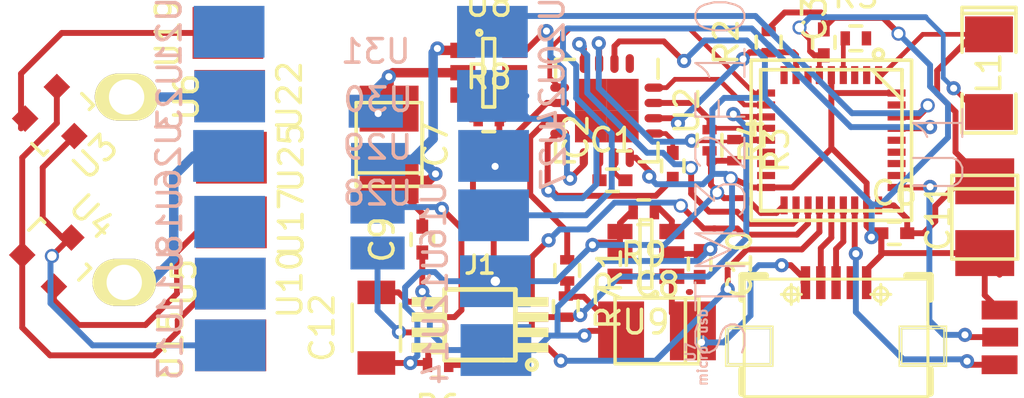
<source format=kicad_pcb>
(kicad_pcb (version 4) (host pcbnew 4.0.2-stable)

  (general
    (links 104)
    (no_connects 14)
    (area 72.925 149.372645 119.59 170.42119)
    (thickness 1.6)
    (drawings 8)
    (tracks 553)
    (zones 0)
    (modules 55)
    (nets 32)
  )

  (page A4)
  (layers
    (0 F.Cu signal)
    (31 B.Cu signal)
    (32 B.Adhes user)
    (33 F.Adhes user)
    (34 B.Paste user hide)
    (35 F.Paste user hide)
    (36 B.SilkS user)
    (37 F.SilkS user)
    (38 B.Mask user)
    (39 F.Mask user)
    (40 Dwgs.User user)
    (41 Cmts.User user)
    (42 Eco1.User user)
    (43 Eco2.User user)
    (44 Edge.Cuts user)
    (45 Margin user)
    (46 B.CrtYd user)
    (47 F.CrtYd user hide)
    (48 B.Fab user hide)
    (49 F.Fab user)
  )

  (setup
    (last_trace_width 0.25)
    (user_trace_width 0.1)
    (user_trace_width 0.15)
    (user_trace_width 0.2)
    (user_trace_width 0.25)
    (user_trace_width 0.3)
    (user_trace_width 0.4)
    (trace_clearance 0.2)
    (zone_clearance 0.508)
    (zone_45_only no)
    (trace_min 0.1)
    (segment_width 0.2)
    (edge_width 0.15)
    (via_size 0.6)
    (via_drill 0.4)
    (via_min_size 0.4)
    (via_min_drill 0.3)
    (user_via 0.6 0.3)
    (uvia_size 0.3)
    (uvia_drill 0.1)
    (uvias_allowed no)
    (uvia_min_size 0.2)
    (uvia_min_drill 0.1)
    (pcb_text_width 0.3)
    (pcb_text_size 1.5 1.5)
    (mod_edge_width 0.15)
    (mod_text_size 1 1)
    (mod_text_width 0.15)
    (pad_size 2.2 3)
    (pad_drill 0)
    (pad_to_mask_clearance 0.2)
    (aux_axis_origin 0 0)
    (visible_elements 7FFFFF9F)
    (pcbplotparams
      (layerselection 0x00030_80000001)
      (usegerberextensions false)
      (excludeedgelayer true)
      (linewidth 0.100000)
      (plotframeref false)
      (viasonmask false)
      (mode 1)
      (useauxorigin false)
      (hpglpennumber 1)
      (hpglpenspeed 20)
      (hpglpendiameter 15)
      (hpglpenoverlay 2)
      (psnegative false)
      (psa4output false)
      (plotreference true)
      (plotvalue true)
      (plotinvisibletext false)
      (padsonsilk false)
      (subtractmaskfromsilk false)
      (outputformat 1)
      (mirror false)
      (drillshape 1)
      (scaleselection 1)
      (outputdirectory ""))
  )

  (net 0 "")
  (net 1 "Net-(C1-Pad1)")
  (net 2 "Net-(C1-Pad2)")
  (net 3 "Net-(C2-Pad1)")
  (net 4 +8V)
  (net 5 "Net-(C3-Pad1)")
  (net 6 GND)
  (net 7 +3V3)
  (net 8 VBUS)
  (net 9 MCU_RXD0)
  (net 10 DIR)
  (net 11 MCU_TXD0)
  (net 12 "Net-(R1-Pad1)")
  (net 13 ADC)
  (net 14 nSLEEP)
  (net 15 nFAULT)
  (net 16 "Net-(R5-Pad1)")
  (net 17 "Net-(R8-Pad1)")
  (net 18 "Net-(R9-Pad1)")
  (net 19 PWM)
  (net 20 IN1)
  (net 21 IN2)
  (net 22 HALL2)
  (net 23 HALL1)
  (net 24 A)
  (net 25 B)
  (net 26 D-)
  (net 27 D+)
  (net 28 OUT2)
  (net 29 OUT1)
  (net 30 SWDIO)
  (net 31 SWCLK)

  (net_class Default "To jest domyślna klasa połączeń."
    (clearance 0.2)
    (trace_width 0.25)
    (via_dia 0.6)
    (via_drill 0.4)
    (uvia_dia 0.3)
    (uvia_drill 0.1)
    (add_net +3V3)
    (add_net +8V)
    (add_net A)
    (add_net ADC)
    (add_net B)
    (add_net D+)
    (add_net D-)
    (add_net DIR)
    (add_net GND)
    (add_net HALL1)
    (add_net HALL2)
    (add_net IN1)
    (add_net IN2)
    (add_net MCU_RXD0)
    (add_net MCU_TXD0)
    (add_net "Net-(C1-Pad1)")
    (add_net "Net-(C1-Pad2)")
    (add_net "Net-(C2-Pad1)")
    (add_net "Net-(C3-Pad1)")
    (add_net "Net-(R1-Pad1)")
    (add_net "Net-(R5-Pad1)")
    (add_net "Net-(R8-Pad1)")
    (add_net "Net-(R9-Pad1)")
    (add_net OUT1)
    (add_net OUT2)
    (add_net PWM)
    (add_net SWCLK)
    (add_net SWDIO)
    (add_net VBUS)
    (add_net nFAULT)
    (add_net nSLEEP)
  )

  (module TO_SOT_Packages_SMD:SOT-23-6 (layer F.Cu) (tedit 579766FD) (tstamp 57923BED)
    (at 101.04 162.69 180)
    (descr "6-pin SOT-23 package")
    (tags SOT-23-6)
    (path /577CEC2B)
    (attr smd)
    (fp_text reference U9 (at 0 -2.9 180) (layer F.SilkS)
      (effects (font (size 1 1) (thickness 0.15)))
    )
    (fp_text value LP38693 (at -2.775 0.25 270) (layer F.Fab)
      (effects (font (size 1 1) (thickness 0.15)))
    )
    (fp_circle (center -0.4 -1.7) (end -0.3 -1.7) (layer F.SilkS) (width 0.15))
    (fp_line (start 0.25 -1.45) (end -0.25 -1.45) (layer F.SilkS) (width 0.15))
    (fp_line (start 0.25 1.45) (end 0.25 -1.45) (layer F.SilkS) (width 0.15))
    (fp_line (start -0.25 1.45) (end 0.25 1.45) (layer F.SilkS) (width 0.15))
    (fp_line (start -0.25 -1.45) (end -0.25 1.45) (layer F.SilkS) (width 0.15))
    (pad 1 smd rect (at -1.1 -0.95 180) (size 1.06 0.65) (layers F.Cu F.Paste F.Mask)
      (net 8 VBUS))
    (pad 2 smd rect (at -1.1 0 180) (size 1.06 0.65) (layers F.Cu F.Paste F.Mask)
      (net 6 GND))
    (pad 3 smd rect (at -1.1 0.95 180) (size 1.06 0.65) (layers F.Cu F.Paste F.Mask)
      (net 18 "Net-(R9-Pad1)"))
    (pad 4 smd rect (at 1.1 0.95 180) (size 1.06 0.65) (layers F.Cu F.Paste F.Mask)
      (net 7 +3V3))
    (pad 6 smd rect (at 1.1 -0.95 180) (size 1.06 0.65) (layers F.Cu F.Paste F.Mask)
      (net 8 VBUS))
    (pad 5 smd rect (at 1.1 0 180) (size 1.06 0.65) (layers F.Cu F.Paste F.Mask)
      (net 7 +3V3))
    (model TO_SOT_Packages_SMD.3dshapes/SOT-23-6.wrl
      (at (xyz 0 0 0))
      (scale (xyz 1 1 1))
      (rotate (xyz 0 0 0))
    )
  )

  (module Housings_DFN_QFN:UQFN-16-1EP_4x4mm_Pitch0.65mm (layer F.Cu) (tedit 54130A77) (tstamp 57923B8C)
    (at 99.38 156.6 270)
    (descr "16-Lead Ultra Thin Plastic Quad Flat, No Lead Package (JQ) - 4x4x0.5 mm Body [UQFN]; (see Microchip Packaging Specification 00000049BS.pdf)")
    (tags "QFN 0.65")
    (path /577A6371)
    (attr smd)
    (fp_text reference U2 (at 0 -3.4 270) (layer F.SilkS)
      (effects (font (size 1 1) (thickness 0.15)))
    )
    (fp_text value DRV8801 (at 0 3.4 270) (layer F.Fab)
      (effects (font (size 1 1) (thickness 0.15)))
    )
    (fp_line (start -2.65 -2.65) (end -2.65 2.65) (layer F.CrtYd) (width 0.05))
    (fp_line (start 2.65 -2.65) (end 2.65 2.65) (layer F.CrtYd) (width 0.05))
    (fp_line (start -2.65 -2.65) (end 2.65 -2.65) (layer F.CrtYd) (width 0.05))
    (fp_line (start -2.65 2.65) (end 2.65 2.65) (layer F.CrtYd) (width 0.05))
    (fp_line (start 2.175 -2.175) (end 2.175 -1.375) (layer F.SilkS) (width 0.15))
    (fp_line (start -2.175 2.175) (end -2.175 1.375) (layer F.SilkS) (width 0.15))
    (fp_line (start 2.175 2.175) (end 2.175 1.375) (layer F.SilkS) (width 0.15))
    (fp_line (start -2.175 -2.175) (end -1.375 -2.175) (layer F.SilkS) (width 0.15))
    (fp_line (start -2.175 2.175) (end -1.375 2.175) (layer F.SilkS) (width 0.15))
    (fp_line (start 2.175 2.175) (end 1.375 2.175) (layer F.SilkS) (width 0.15))
    (fp_line (start 2.175 -2.175) (end 1.375 -2.175) (layer F.SilkS) (width 0.15))
    (pad 1 smd oval (at -2 -0.975 270) (size 0.8 0.35) (layers F.Cu F.Paste F.Mask))
    (pad 2 smd oval (at -2 -0.325 270) (size 0.8 0.35) (layers F.Cu F.Paste F.Mask)
      (net 6 GND))
    (pad 3 smd oval (at -2 0.325 270) (size 0.8 0.35) (layers F.Cu F.Paste F.Mask)
      (net 14 nSLEEP))
    (pad 4 smd oval (at -2 0.975 270) (size 0.8 0.35) (layers F.Cu F.Paste F.Mask)
      (net 19 PWM))
    (pad 5 smd oval (at -0.975 2) (size 0.8 0.35) (layers F.Cu F.Paste F.Mask)
      (net 21 IN2))
    (pad 6 smd oval (at -0.325 2) (size 0.8 0.35) (layers F.Cu F.Paste F.Mask)
      (net 29 OUT1))
    (pad 7 smd oval (at 0.325 2) (size 0.8 0.35) (layers F.Cu F.Paste F.Mask)
      (net 12 "Net-(R1-Pad1)"))
    (pad 8 smd oval (at 0.975 2) (size 0.8 0.35) (layers F.Cu F.Paste F.Mask)
      (net 4 +8V))
    (pad 9 smd oval (at 2 0.975 270) (size 0.8 0.35) (layers F.Cu F.Paste F.Mask)
      (net 28 OUT2))
    (pad 10 smd oval (at 2 0.325 270) (size 0.8 0.35) (layers F.Cu F.Paste F.Mask)
      (net 1 "Net-(C1-Pad1)"))
    (pad 11 smd oval (at 2 -0.325 270) (size 0.8 0.35) (layers F.Cu F.Paste F.Mask)
      (net 2 "Net-(C1-Pad2)"))
    (pad 12 smd oval (at 2 -0.975 270) (size 0.8 0.35) (layers F.Cu F.Paste F.Mask)
      (net 6 GND))
    (pad 13 smd oval (at 0.975 -2) (size 0.8 0.35) (layers F.Cu F.Paste F.Mask)
      (net 3 "Net-(C2-Pad1)"))
    (pad 14 smd oval (at 0.325 -2) (size 0.8 0.35) (layers F.Cu F.Paste F.Mask)
      (net 13 ADC))
    (pad 15 smd oval (at -0.325 -2) (size 0.8 0.35) (layers F.Cu F.Paste F.Mask)
      (net 15 nFAULT))
    (pad 16 smd oval (at -0.975 -2) (size 0.8 0.35) (layers F.Cu F.Paste F.Mask)
      (net 20 IN1))
    (pad 17 smd rect (at 0.675 0.675 270) (size 1.35 1.35) (layers F.Cu F.Paste F.Mask)
      (solder_paste_margin_ratio -0.2))
    (pad 17 smd rect (at 0.675 -0.675 270) (size 1.35 1.35) (layers F.Cu F.Paste F.Mask)
      (solder_paste_margin_ratio -0.2))
    (pad 17 smd rect (at -0.675 0.675 270) (size 1.35 1.35) (layers F.Cu F.Paste F.Mask)
      (solder_paste_margin_ratio -0.2))
    (pad 17 smd rect (at -0.675 -0.675 270) (size 1.35 1.35) (layers F.Cu F.Paste F.Mask)
      (solder_paste_margin_ratio -0.2))
    (model Housings_DFN_QFN.3dshapes/UQFN-16-1EP_4x4mm_Pitch0.65mm.wrl
      (at (xyz 0 0 0))
      (scale (xyz 1 1 1))
      (rotate (xyz 0 0 0))
    )
  )

  (module stm32f103t8u:untitled-QFN50P600X600X100-37N (layer F.Cu) (tedit 579F6AB6) (tstamp 577B22F3)
    (at 108.91 157.86 270)
    (path /577A59CC)
    (attr smd)
    (fp_text reference U1 (at 0.3556 -4.5974 270) (layer B.SilkS)
      (effects (font (size 2.0828 2.0828) (thickness 0.0889)))
    )
    (fp_text value STM32F103 (at 0.5842 4.6482 270) (layer B.SilkS)
      (effects (font (size 2.0828 2.0828) (thickness 0.0889)))
    )
    (fp_line (start 3.4036 3.4036) (end -3.4036 3.4036) (layer F.SilkS) (width 0.1524))
    (fp_line (start -3.4036 3.4036) (end -3.4036 -3.4036) (layer F.SilkS) (width 0.1524))
    (fp_line (start -3.4036 -3.4036) (end 3.4036 -3.4036) (layer F.SilkS) (width 0.1524))
    (fp_line (start 3.4036 -3.4036) (end 3.4036 3.4036) (layer F.SilkS) (width 0.1524))
    (fp_line (start 2.9972 -2.4892) (end 2.9972 -2.9972) (layer F.SilkS) (width 0.1524))
    (fp_line (start 2.4892 2.9972) (end 2.9972 2.9972) (layer F.SilkS) (width 0.1524))
    (fp_line (start -2.9972 2.4892) (end -2.9972 2.9972) (layer F.SilkS) (width 0.1524))
    (fp_line (start -2.4892 -2.9972) (end -2.9972 -2.9972) (layer F.SilkS) (width 0.1524))
    (fp_line (start -2.9972 2.9972) (end -2.4892 2.9972) (layer F.SilkS) (width 0.1524))
    (fp_line (start 2.9972 2.9972) (end 2.9972 2.4892) (layer F.SilkS) (width 0.1524))
    (fp_line (start 2.9972 -2.9972) (end 2.4892 -2.9972) (layer F.SilkS) (width 0.1524))
    (fp_line (start -2.9972 -2.9972) (end -2.9972 -2.4892) (layer F.SilkS) (width 0.1524))
    (fp_line (start -2.9972 -1.7272) (end -1.7272 -2.9972) (layer F.SilkS) (width 0.1524))
    (fp_line (start -2.9972 2.9972) (end 2.9972 2.9972) (layer F.SilkS) (width 0.1524))
    (fp_line (start 2.9972 2.9972) (end 2.9972 -2.9972) (layer F.SilkS) (width 0.1524))
    (fp_line (start 2.9972 -2.9972) (end -2.9972 -2.9972) (layer F.SilkS) (width 0.1524))
    (fp_line (start -2.9972 -2.9972) (end -2.9972 2.9972) (layer F.SilkS) (width 0.1524))
    (fp_arc (start -3.65506 -1.9939) (end -3.4798 -1.8796) (angle 294) (layer F.SilkS) (width 0.1524))
    (fp_arc (start -3.6576 -2.0066) (end -3.4544 -2.0066) (angle 180) (layer F.SilkS) (width 0.1524))
    (fp_arc (start -3.6576 -2.0066) (end -3.8608 -2.0066) (angle 180) (layer F.SilkS) (width 0.1524))
    (pad 1 smd rect (at -2.7686 -2.0066 270) (size 0.762 0.3048) (layers F.Cu F.Paste F.Mask)
      (net 7 +3V3))
    (pad 2 smd rect (at -2.7686 -1.4986 270) (size 0.762 0.3048) (layers F.Cu F.Paste F.Mask))
    (pad 3 smd rect (at -2.7686 -0.9906 270) (size 0.762 0.3048) (layers F.Cu F.Paste F.Mask))
    (pad 4 smd rect (at -2.7686 -0.508 270) (size 0.762 0.3048) (layers F.Cu F.Paste F.Mask)
      (net 16 "Net-(R5-Pad1)"))
    (pad 5 smd rect (at -2.7686 0 270) (size 0.762 0.3048) (layers F.Cu F.Paste F.Mask)
      (net 6 GND))
    (pad 6 smd rect (at -2.7686 0.508 270) (size 0.762 0.3048) (layers F.Cu F.Paste F.Mask)
      (net 5 "Net-(C3-Pad1)"))
    (pad 7 smd rect (at -2.7686 0.9906 270) (size 0.762 0.3048) (layers F.Cu F.Paste F.Mask))
    (pad 8 smd rect (at -2.7686 1.4986 270) (size 0.762 0.3048) (layers F.Cu F.Paste F.Mask)
      (net 13 ADC))
    (pad 9 smd rect (at -2.7686 2.0066 270) (size 0.762 0.3048) (layers F.Cu F.Paste F.Mask))
    (pad 10 smd rect (at -2.0066 2.7686) (size 0.762 0.3048) (layers F.Cu F.Paste F.Mask)
      (net 21 IN2))
    (pad 11 smd rect (at -1.4986 2.7686) (size 0.762 0.3048) (layers F.Cu F.Paste F.Mask)
      (net 20 IN1))
    (pad 12 smd rect (at -0.9906 2.7686) (size 0.762 0.3048) (layers F.Cu F.Paste F.Mask)
      (net 10 DIR))
    (pad 13 smd rect (at -0.508 2.7686) (size 0.762 0.3048) (layers F.Cu F.Paste F.Mask)
      (net 15 nFAULT))
    (pad 14 smd rect (at 0 2.7686) (size 0.762 0.3048) (layers F.Cu F.Paste F.Mask)
      (net 14 nSLEEP))
    (pad 15 smd rect (at 0.508 2.7686) (size 0.762 0.3048) (layers F.Cu F.Paste F.Mask))
    (pad 16 smd rect (at 0.9906 2.7686) (size 0.762 0.3048) (layers F.Cu F.Paste F.Mask))
    (pad 17 smd rect (at 1.4986 2.7686) (size 0.762 0.3048) (layers F.Cu F.Paste F.Mask))
    (pad 18 smd rect (at 2.0066 2.7686) (size 0.762 0.3048) (layers F.Cu F.Paste F.Mask)
      (net 6 GND))
    (pad 19 smd rect (at 2.7686 2.0066 90) (size 0.762 0.3048) (layers F.Cu F.Paste F.Mask)
      (net 7 +3V3))
    (pad 20 smd rect (at 2.7686 1.4986 90) (size 0.762 0.3048) (layers F.Cu F.Paste F.Mask)
      (net 19 PWM))
    (pad 21 smd rect (at 2.7686 0.9906 90) (size 0.762 0.3048) (layers F.Cu F.Paste F.Mask)
      (net 11 MCU_TXD0))
    (pad 22 smd rect (at 2.7686 0.508 90) (size 0.762 0.3048) (layers F.Cu F.Paste F.Mask)
      (net 9 MCU_RXD0))
    (pad 23 smd rect (at 2.7686 0 90) (size 0.762 0.3048) (layers F.Cu F.Paste F.Mask)
      (net 26 D-))
    (pad 24 smd rect (at 2.7686 -0.508 90) (size 0.762 0.3048) (layers F.Cu F.Paste F.Mask)
      (net 27 D+))
    (pad 25 smd rect (at 2.7686 -0.9906 90) (size 0.762 0.3048) (layers F.Cu F.Paste F.Mask)
      (net 30 SWDIO))
    (pad 26 smd rect (at 2.7686 -1.4986 90) (size 0.762 0.3048) (layers F.Cu F.Paste F.Mask)
      (net 6 GND))
    (pad 27 smd rect (at 2.7686 -2.0066 90) (size 0.762 0.3048) (layers F.Cu F.Paste F.Mask)
      (net 7 +3V3))
    (pad 28 smd rect (at 2.0066 -2.7686 180) (size 0.762 0.3048) (layers F.Cu F.Paste F.Mask)
      (net 31 SWCLK))
    (pad 29 smd rect (at 1.4986 -2.7686 180) (size 0.762 0.3048) (layers F.Cu F.Paste F.Mask))
    (pad 30 smd rect (at 0.9906 -2.7686 180) (size 0.762 0.3048) (layers F.Cu F.Paste F.Mask))
    (pad 31 smd rect (at 0.508 -2.7686 180) (size 0.762 0.3048) (layers F.Cu F.Paste F.Mask))
    (pad 32 smd rect (at 0 -2.7686 180) (size 0.762 0.3048) (layers F.Cu F.Paste F.Mask))
    (pad 33 smd rect (at -0.508 -2.7686 180) (size 0.762 0.3048) (layers F.Cu F.Paste F.Mask)
      (net 22 HALL2))
    (pad 34 smd rect (at -0.9906 -2.7686 180) (size 0.762 0.3048) (layers F.Cu F.Paste F.Mask)
      (net 23 HALL1))
    (pad 35 smd rect (at -1.4986 -2.7686 180) (size 0.762 0.3048) (layers F.Cu F.Paste F.Mask))
    (pad 36 smd rect (at -2.0066 -2.7686 180) (size 0.762 0.3048) (layers F.Cu F.Paste F.Mask)
      (net 6 GND))
  )

  (module Capacitors_SMD:C_0402 (layer F.Cu) (tedit 5415D599) (tstamp 57923AEA)
    (at 99.62 159.56)
    (descr "Capacitor SMD 0402, reflow soldering, AVX (see smccp.pdf)")
    (tags "capacitor 0402")
    (path /577A7895)
    (attr smd)
    (fp_text reference C1 (at 0 -1.7) (layer F.SilkS)
      (effects (font (size 1 1) (thickness 0.15)))
    )
    (fp_text value C_Small (at 0 1.7) (layer F.Fab)
      (effects (font (size 1 1) (thickness 0.15)))
    )
    (fp_line (start -1.15 -0.6) (end 1.15 -0.6) (layer F.CrtYd) (width 0.05))
    (fp_line (start -1.15 0.6) (end 1.15 0.6) (layer F.CrtYd) (width 0.05))
    (fp_line (start -1.15 -0.6) (end -1.15 0.6) (layer F.CrtYd) (width 0.05))
    (fp_line (start 1.15 -0.6) (end 1.15 0.6) (layer F.CrtYd) (width 0.05))
    (fp_line (start 0.25 -0.475) (end -0.25 -0.475) (layer F.SilkS) (width 0.15))
    (fp_line (start -0.25 0.475) (end 0.25 0.475) (layer F.SilkS) (width 0.15))
    (pad 1 smd rect (at -0.55 0) (size 0.6 0.5) (layers F.Cu F.Paste F.Mask)
      (net 1 "Net-(C1-Pad1)"))
    (pad 2 smd rect (at 0.55 0) (size 0.6 0.5) (layers F.Cu F.Paste F.Mask)
      (net 2 "Net-(C1-Pad2)"))
    (model Capacitors_SMD.3dshapes/C_0402.wrl
      (at (xyz 0 0 0))
      (scale (xyz 1 1 1))
      (rotate (xyz 0 0 0))
    )
  )

  (module Capacitors_SMD:C_0402 (layer F.Cu) (tedit 5790B26D) (tstamp 57923AF0)
    (at 102.18 158.95 270)
    (descr "Capacitor SMD 0402, reflow soldering, AVX (see smccp.pdf)")
    (tags "capacitor 0402")
    (path /577A7916)
    (attr smd)
    (fp_text reference C2 (at -1.225 4.1 270) (layer F.SilkS)
      (effects (font (size 1 1) (thickness 0.15)))
    )
    (fp_text value C_Small (at 0 1.7 270) (layer F.Fab)
      (effects (font (size 1 1) (thickness 0.15)))
    )
    (fp_line (start -1.15 -0.6) (end 1.15 -0.6) (layer F.CrtYd) (width 0.05))
    (fp_line (start -1.15 0.6) (end 1.15 0.6) (layer F.CrtYd) (width 0.05))
    (fp_line (start -1.15 -0.6) (end -1.15 0.6) (layer F.CrtYd) (width 0.05))
    (fp_line (start 1.15 -0.6) (end 1.15 0.6) (layer F.CrtYd) (width 0.05))
    (fp_line (start 0.25 -0.475) (end -0.25 -0.475) (layer F.SilkS) (width 0.15))
    (fp_line (start -0.25 0.475) (end 0.25 0.475) (layer F.SilkS) (width 0.15))
    (pad 1 smd rect (at -0.55 0 270) (size 0.6 0.5) (layers F.Cu F.Paste F.Mask)
      (net 3 "Net-(C2-Pad1)"))
    (pad 2 smd rect (at 0.55 0 270) (size 0.6 0.5) (layers F.Cu F.Paste F.Mask)
      (net 4 +8V))
    (model Capacitors_SMD.3dshapes/C_0402.wrl
      (at (xyz 0 0 0))
      (scale (xyz 1 1 1))
      (rotate (xyz 0 0 0))
    )
  )

  (module Capacitors_SMD:C_0402 (layer F.Cu) (tedit 5796138D) (tstamp 57923AF6)
    (at 108.59 153.7 90)
    (descr "Capacitor SMD 0402, reflow soldering, AVX (see smccp.pdf)")
    (tags "capacitor 0402")
    (path /577A7A9A)
    (attr smd)
    (fp_text reference C3 (at 1.025 -0.4 90) (layer F.SilkS)
      (effects (font (size 1 1) (thickness 0.15)))
    )
    (fp_text value C_Small (at 0 1.7 90) (layer F.Fab)
      (effects (font (size 1 1) (thickness 0.15)))
    )
    (fp_line (start -1.15 -0.6) (end 1.15 -0.6) (layer F.CrtYd) (width 0.05))
    (fp_line (start -1.15 0.6) (end 1.15 0.6) (layer F.CrtYd) (width 0.05))
    (fp_line (start -1.15 -0.6) (end -1.15 0.6) (layer F.CrtYd) (width 0.05))
    (fp_line (start 1.15 -0.6) (end 1.15 0.6) (layer F.CrtYd) (width 0.05))
    (fp_line (start 0.25 -0.475) (end -0.25 -0.475) (layer F.SilkS) (width 0.15))
    (fp_line (start -0.25 0.475) (end 0.25 0.475) (layer F.SilkS) (width 0.15))
    (pad 1 smd rect (at -0.55 0 90) (size 0.6 0.5) (layers F.Cu F.Paste F.Mask)
      (net 5 "Net-(C3-Pad1)"))
    (pad 2 smd rect (at 0.55 0 90) (size 0.6 0.5) (layers F.Cu F.Paste F.Mask)
      (net 6 GND))
    (model Capacitors_SMD.3dshapes/C_0402.wrl
      (at (xyz 0 0 0))
      (scale (xyz 1 1 1))
      (rotate (xyz 0 0 0))
    )
  )

  (module Capacitors_SMD:C_0402 (layer F.Cu) (tedit 5415D599) (tstamp 57923B08)
    (at 111.58 161.81)
    (descr "Capacitor SMD 0402, reflow soldering, AVX (see smccp.pdf)")
    (tags "capacitor 0402")
    (path /577D7C5A)
    (attr smd)
    (fp_text reference C6 (at 0 -1.7) (layer F.SilkS)
      (effects (font (size 1 1) (thickness 0.15)))
    )
    (fp_text value C_Small (at 0 1.7) (layer F.Fab)
      (effects (font (size 1 1) (thickness 0.15)))
    )
    (fp_line (start -1.15 -0.6) (end 1.15 -0.6) (layer F.CrtYd) (width 0.05))
    (fp_line (start -1.15 0.6) (end 1.15 0.6) (layer F.CrtYd) (width 0.05))
    (fp_line (start -1.15 -0.6) (end -1.15 0.6) (layer F.CrtYd) (width 0.05))
    (fp_line (start 1.15 -0.6) (end 1.15 0.6) (layer F.CrtYd) (width 0.05))
    (fp_line (start 0.25 -0.475) (end -0.25 -0.475) (layer F.SilkS) (width 0.15))
    (fp_line (start -0.25 0.475) (end 0.25 0.475) (layer F.SilkS) (width 0.15))
    (pad 1 smd rect (at -0.55 0) (size 0.6 0.5) (layers F.Cu F.Paste F.Mask)
      (net 6 GND))
    (pad 2 smd rect (at 0.55 0) (size 0.6 0.5) (layers F.Cu F.Paste F.Mask)
      (net 7 +3V3))
    (model Capacitors_SMD.3dshapes/C_0402.wrl
      (at (xyz 0 0 0))
      (scale (xyz 1 1 1))
      (rotate (xyz 0 0 0))
    )
  )

  (module Capacitors_SMD:C_0402 (layer F.Cu) (tedit 5415D599) (tstamp 57923B1A)
    (at 91.55 162.08 90)
    (descr "Capacitor SMD 0402, reflow soldering, AVX (see smccp.pdf)")
    (tags "capacitor 0402")
    (path /578FDA3B)
    (attr smd)
    (fp_text reference C9 (at 0 -1.7 90) (layer F.SilkS)
      (effects (font (size 1 1) (thickness 0.15)))
    )
    (fp_text value C_Small (at 0 1.7 90) (layer F.Fab)
      (effects (font (size 1 1) (thickness 0.15)))
    )
    (fp_line (start -1.15 -0.6) (end 1.15 -0.6) (layer F.CrtYd) (width 0.05))
    (fp_line (start -1.15 0.6) (end 1.15 0.6) (layer F.CrtYd) (width 0.05))
    (fp_line (start -1.15 -0.6) (end -1.15 0.6) (layer F.CrtYd) (width 0.05))
    (fp_line (start 1.15 -0.6) (end 1.15 0.6) (layer F.CrtYd) (width 0.05))
    (fp_line (start 0.25 -0.475) (end -0.25 -0.475) (layer F.SilkS) (width 0.15))
    (fp_line (start -0.25 0.475) (end 0.25 0.475) (layer F.SilkS) (width 0.15))
    (pad 1 smd rect (at -0.55 0 90) (size 0.6 0.5) (layers F.Cu F.Paste F.Mask)
      (net 6 GND))
    (pad 2 smd rect (at 0.55 0 90) (size 0.6 0.5) (layers F.Cu F.Paste F.Mask)
      (net 4 +8V))
    (model Capacitors_SMD.3dshapes/C_0402.wrl
      (at (xyz 0 0 0))
      (scale (xyz 1 1 1))
      (rotate (xyz 0 0 0))
    )
  )

  (module Capacitors_SMD:C_0402 (layer F.Cu) (tedit 5415D599) (tstamp 57923B20)
    (at 103.32 163.12 270)
    (descr "Capacitor SMD 0402, reflow soldering, AVX (see smccp.pdf)")
    (tags "capacitor 0402")
    (path /577D150E)
    (attr smd)
    (fp_text reference C10 (at 0 -1.7 270) (layer F.SilkS)
      (effects (font (size 1 1) (thickness 0.15)))
    )
    (fp_text value C_Small (at 0 1.7 270) (layer F.Fab)
      (effects (font (size 1 1) (thickness 0.15)))
    )
    (fp_line (start -1.15 -0.6) (end 1.15 -0.6) (layer F.CrtYd) (width 0.05))
    (fp_line (start -1.15 0.6) (end 1.15 0.6) (layer F.CrtYd) (width 0.05))
    (fp_line (start -1.15 -0.6) (end -1.15 0.6) (layer F.CrtYd) (width 0.05))
    (fp_line (start 1.15 -0.6) (end 1.15 0.6) (layer F.CrtYd) (width 0.05))
    (fp_line (start 0.25 -0.475) (end -0.25 -0.475) (layer F.SilkS) (width 0.15))
    (fp_line (start -0.25 0.475) (end 0.25 0.475) (layer F.SilkS) (width 0.15))
    (pad 1 smd rect (at -0.55 0 270) (size 0.6 0.5) (layers F.Cu F.Paste F.Mask)
      (net 6 GND))
    (pad 2 smd rect (at 0.55 0 270) (size 0.6 0.5) (layers F.Cu F.Paste F.Mask)
      (net 8 VBUS))
    (model Capacitors_SMD.3dshapes/C_0402.wrl
      (at (xyz 0 0 0))
      (scale (xyz 1 1 1))
      (rotate (xyz 0 0 0))
    )
  )

  (module SN65HVD3082EDGK:VSSOP8_P0.65mm_W3mm (layer F.Cu) (tedit 579613D7) (tstamp 57923B38)
    (at 94 165.7 180)
    (path /577BF6CC)
    (solder_mask_margin 0.0762)
    (solder_paste_margin -0.0254)
    (attr smd)
    (fp_text reference J1 (at 0 2.54 180) (layer F.SilkS)
      (effects (font (size 0.762 0.762) (thickness 0.1524)))
    )
    (fp_text value SN65HVD3082EDGK (at 0 -3.6 180) (layer F.SilkS) hide
      (effects (font (size 0.762 0.762) (thickness 0.1524)))
    )
    (fp_circle (center -2.2 -1.7) (end -2.2 -1.5) (layer F.SilkS) (width 0.2032))
    (fp_line (start -1 -1.5) (end -1.5 -1.5) (layer F.SilkS) (width 0.2032))
    (fp_line (start -1.5 -1.5) (end -1.5 -1) (layer F.SilkS) (width 0.2032))
    (fp_line (start -1 -1.5) (end 1.5 -1.5) (layer F.SilkS) (width 0.2032))
    (fp_line (start -1.5 -1) (end -1.5 1.5) (layer F.SilkS) (width 0.2032))
    (fp_line (start -1.5 1.5) (end 1.5 1.5) (layer F.SilkS) (width 0.2032))
    (fp_line (start 1.5 1.5) (end 1.5 -1.5) (layer F.SilkS) (width 0.2032))
    (pad 1 smd rect (at -2.2 -0.975 180) (size 1.4 0.4) (layers F.Cu F.Paste F.SilkS F.Mask)
      (net 9 MCU_RXD0))
    (pad 2 smd rect (at -2.2 -0.325 180) (size 1.4 0.4) (layers F.Cu F.Paste F.SilkS F.Mask)
      (net 10 DIR))
    (pad 3 smd rect (at -2.2 0.325 180) (size 1.4 0.4) (layers F.Cu F.Paste F.SilkS F.Mask)
      (net 10 DIR))
    (pad 4 smd rect (at -2.2 0.975 180) (size 1.4 0.4) (layers F.Cu F.Paste F.SilkS F.Mask)
      (net 11 MCU_TXD0))
    (pad 5 smd rect (at 2.2 0.975 180) (size 1.4 0.4) (layers F.Cu F.Paste F.SilkS F.Mask)
      (net 6 GND))
    (pad 6 smd rect (at 2.2 0.325 180) (size 1.4 0.4) (layers F.Cu F.Paste F.SilkS F.Mask)
      (net 24 A))
    (pad 7 smd rect (at 2.2 -0.325 180) (size 1.4 0.4) (layers F.Cu F.Paste F.SilkS F.Mask)
      (net 25 B))
    (pad 8 smd rect (at 2.2 -0.975 180) (size 1.4 0.4) (layers F.Cu F.Paste F.SilkS F.Mask)
      (net 7 +3V3))
  )

  (module SMD_Packages:SMD-1206_Pol (layer F.Cu) (tedit 0) (tstamp 57923B3E)
    (at 115.6 155.01 270)
    (path /577A71BE)
    (attr smd)
    (fp_text reference L1 (at 0 0 270) (layer F.SilkS)
      (effects (font (size 1 1) (thickness 0.15)))
    )
    (fp_text value L_Small (at 0 0 270) (layer F.Fab)
      (effects (font (size 1 1) (thickness 0.15)))
    )
    (fp_line (start -2.54 -1.143) (end -2.794 -1.143) (layer F.SilkS) (width 0.15))
    (fp_line (start -2.794 -1.143) (end -2.794 1.143) (layer F.SilkS) (width 0.15))
    (fp_line (start -2.794 1.143) (end -2.54 1.143) (layer F.SilkS) (width 0.15))
    (fp_line (start -2.54 -1.143) (end -2.54 1.143) (layer F.SilkS) (width 0.15))
    (fp_line (start -2.54 1.143) (end -0.889 1.143) (layer F.SilkS) (width 0.15))
    (fp_line (start 0.889 -1.143) (end 2.54 -1.143) (layer F.SilkS) (width 0.15))
    (fp_line (start 2.54 -1.143) (end 2.54 1.143) (layer F.SilkS) (width 0.15))
    (fp_line (start 2.54 1.143) (end 0.889 1.143) (layer F.SilkS) (width 0.15))
    (fp_line (start -0.889 -1.143) (end -2.54 -1.143) (layer F.SilkS) (width 0.15))
    (pad 1 smd rect (at -1.651 0 270) (size 1.524 2.032) (layers F.Cu F.Paste F.Mask)
      (net 7 +3V3))
    (pad 2 smd rect (at 1.651 0 270) (size 1.524 2.032) (layers F.Cu F.Paste F.Mask)
      (net 5 "Net-(C3-Pad1)"))
    (model SMD_Packages.3dshapes/SMD-1206_Pol.wrl
      (at (xyz 0 0 0))
      (scale (xyz 0.17 0.16 0.16))
      (rotate (xyz 0 0 0))
    )
  )

  (module Resistors_SMD:R_0402 (layer F.Cu) (tedit 5415CBB8) (tstamp 57923B44)
    (at 97.7 163.39 270)
    (descr "Resistor SMD 0402, reflow soldering, Vishay (see dcrcw.pdf)")
    (tags "resistor 0402")
    (path /577C1B57)
    (attr smd)
    (fp_text reference R1 (at 0 -1.8 270) (layer F.SilkS)
      (effects (font (size 1 1) (thickness 0.15)))
    )
    (fp_text value R (at 0 1.8 270) (layer F.Fab)
      (effects (font (size 1 1) (thickness 0.15)))
    )
    (fp_line (start -0.95 -0.65) (end 0.95 -0.65) (layer F.CrtYd) (width 0.05))
    (fp_line (start -0.95 0.65) (end 0.95 0.65) (layer F.CrtYd) (width 0.05))
    (fp_line (start -0.95 -0.65) (end -0.95 0.65) (layer F.CrtYd) (width 0.05))
    (fp_line (start 0.95 -0.65) (end 0.95 0.65) (layer F.CrtYd) (width 0.05))
    (fp_line (start 0.25 -0.525) (end -0.25 -0.525) (layer F.SilkS) (width 0.15))
    (fp_line (start -0.25 0.525) (end 0.25 0.525) (layer F.SilkS) (width 0.15))
    (pad 1 smd rect (at -0.45 0 270) (size 0.4 0.6) (layers F.Cu F.Paste F.Mask)
      (net 12 "Net-(R1-Pad1)"))
    (pad 2 smd rect (at 0.45 0 270) (size 0.4 0.6) (layers F.Cu F.Paste F.Mask)
      (net 6 GND))
    (model Resistors_SMD.3dshapes/R_0402.wrl
      (at (xyz 0 0 0))
      (scale (xyz 1 1 1))
      (rotate (xyz 0 0 0))
    )
  )

  (module Resistors_SMD:R_0402 (layer F.Cu) (tedit 5415CBB8) (tstamp 57923B4A)
    (at 106.25 153.69 90)
    (descr "Resistor SMD 0402, reflow soldering, Vishay (see dcrcw.pdf)")
    (tags "resistor 0402")
    (path /577C137A)
    (attr smd)
    (fp_text reference R2 (at 0 -1.8 90) (layer F.SilkS)
      (effects (font (size 1 1) (thickness 0.15)))
    )
    (fp_text value R (at 0 1.8 90) (layer F.Fab)
      (effects (font (size 1 1) (thickness 0.15)))
    )
    (fp_line (start -0.95 -0.65) (end 0.95 -0.65) (layer F.CrtYd) (width 0.05))
    (fp_line (start -0.95 0.65) (end 0.95 0.65) (layer F.CrtYd) (width 0.05))
    (fp_line (start -0.95 -0.65) (end -0.95 0.65) (layer F.CrtYd) (width 0.05))
    (fp_line (start 0.95 -0.65) (end 0.95 0.65) (layer F.CrtYd) (width 0.05))
    (fp_line (start 0.25 -0.525) (end -0.25 -0.525) (layer F.SilkS) (width 0.15))
    (fp_line (start -0.25 0.525) (end 0.25 0.525) (layer F.SilkS) (width 0.15))
    (pad 1 smd rect (at -0.45 0 90) (size 0.4 0.6) (layers F.Cu F.Paste F.Mask)
      (net 13 ADC))
    (pad 2 smd rect (at 0.45 0 90) (size 0.4 0.6) (layers F.Cu F.Paste F.Mask)
      (net 6 GND))
    (model Resistors_SMD.3dshapes/R_0402.wrl
      (at (xyz 0 0 0))
      (scale (xyz 1 1 1))
      (rotate (xyz 0 0 0))
    )
  )

  (module Resistors_SMD:R_0402 (layer F.Cu) (tedit 5415CBB8) (tstamp 57923B50)
    (at 104.79 158.28 270)
    (descr "Resistor SMD 0402, reflow soldering, Vishay (see dcrcw.pdf)")
    (tags "resistor 0402")
    (path /577C2EC8)
    (attr smd)
    (fp_text reference R3 (at 0 -1.8 270) (layer F.SilkS)
      (effects (font (size 1 1) (thickness 0.15)))
    )
    (fp_text value R (at 0 1.8 270) (layer F.Fab)
      (effects (font (size 1 1) (thickness 0.15)))
    )
    (fp_line (start -0.95 -0.65) (end 0.95 -0.65) (layer F.CrtYd) (width 0.05))
    (fp_line (start -0.95 0.65) (end 0.95 0.65) (layer F.CrtYd) (width 0.05))
    (fp_line (start -0.95 -0.65) (end -0.95 0.65) (layer F.CrtYd) (width 0.05))
    (fp_line (start 0.95 -0.65) (end 0.95 0.65) (layer F.CrtYd) (width 0.05))
    (fp_line (start 0.25 -0.525) (end -0.25 -0.525) (layer F.SilkS) (width 0.15))
    (fp_line (start -0.25 0.525) (end 0.25 0.525) (layer F.SilkS) (width 0.15))
    (pad 1 smd rect (at -0.45 0 270) (size 0.4 0.6) (layers F.Cu F.Paste F.Mask)
      (net 14 nSLEEP))
    (pad 2 smd rect (at 0.45 0 270) (size 0.4 0.6) (layers F.Cu F.Paste F.Mask)
      (net 7 +3V3))
    (model Resistors_SMD.3dshapes/R_0402.wrl
      (at (xyz 0 0 0))
      (scale (xyz 1 1 1))
      (rotate (xyz 0 0 0))
    )
  )

  (module Resistors_SMD:R_0402 (layer F.Cu) (tedit 5415CBB8) (tstamp 57923B56)
    (at 103.74 157.86 270)
    (descr "Resistor SMD 0402, reflow soldering, Vishay (see dcrcw.pdf)")
    (tags "resistor 0402")
    (path /577C32CB)
    (attr smd)
    (fp_text reference R4 (at 0 -1.8 270) (layer F.SilkS)
      (effects (font (size 1 1) (thickness 0.15)))
    )
    (fp_text value R (at 0 1.8 270) (layer F.Fab)
      (effects (font (size 1 1) (thickness 0.15)))
    )
    (fp_line (start -0.95 -0.65) (end 0.95 -0.65) (layer F.CrtYd) (width 0.05))
    (fp_line (start -0.95 0.65) (end 0.95 0.65) (layer F.CrtYd) (width 0.05))
    (fp_line (start -0.95 -0.65) (end -0.95 0.65) (layer F.CrtYd) (width 0.05))
    (fp_line (start 0.95 -0.65) (end 0.95 0.65) (layer F.CrtYd) (width 0.05))
    (fp_line (start 0.25 -0.525) (end -0.25 -0.525) (layer F.SilkS) (width 0.15))
    (fp_line (start -0.25 0.525) (end 0.25 0.525) (layer F.SilkS) (width 0.15))
    (pad 1 smd rect (at -0.45 0 270) (size 0.4 0.6) (layers F.Cu F.Paste F.Mask)
      (net 15 nFAULT))
    (pad 2 smd rect (at 0.45 0 270) (size 0.4 0.6) (layers F.Cu F.Paste F.Mask)
      (net 7 +3V3))
    (model Resistors_SMD.3dshapes/R_0402.wrl
      (at (xyz 0 0 0))
      (scale (xyz 1 1 1))
      (rotate (xyz 0 0 0))
    )
  )

  (module Resistors_SMD:R_0402 (layer F.Cu) (tedit 5415CBB8) (tstamp 57923B5C)
    (at 109.95 153.53)
    (descr "Resistor SMD 0402, reflow soldering, Vishay (see dcrcw.pdf)")
    (tags "resistor 0402")
    (path /577A7347)
    (attr smd)
    (fp_text reference R5 (at 0 -1.8) (layer F.SilkS)
      (effects (font (size 1 1) (thickness 0.15)))
    )
    (fp_text value R (at 0 1.8) (layer F.Fab)
      (effects (font (size 1 1) (thickness 0.15)))
    )
    (fp_line (start -0.95 -0.65) (end 0.95 -0.65) (layer F.CrtYd) (width 0.05))
    (fp_line (start -0.95 0.65) (end 0.95 0.65) (layer F.CrtYd) (width 0.05))
    (fp_line (start -0.95 -0.65) (end -0.95 0.65) (layer F.CrtYd) (width 0.05))
    (fp_line (start 0.95 -0.65) (end 0.95 0.65) (layer F.CrtYd) (width 0.05))
    (fp_line (start 0.25 -0.525) (end -0.25 -0.525) (layer F.SilkS) (width 0.15))
    (fp_line (start -0.25 0.525) (end 0.25 0.525) (layer F.SilkS) (width 0.15))
    (pad 1 smd rect (at -0.45 0) (size 0.4 0.6) (layers F.Cu F.Paste F.Mask)
      (net 16 "Net-(R5-Pad1)"))
    (pad 2 smd rect (at 0.45 0) (size 0.4 0.6) (layers F.Cu F.Paste F.Mask))
    (model Resistors_SMD.3dshapes/R_0402.wrl
      (at (xyz 0 0 0))
      (scale (xyz 1 1 1))
      (rotate (xyz 0 0 0))
    )
  )

  (module Resistors_SMD:R_0402 (layer F.Cu) (tedit 5415CBB8) (tstamp 57923B62)
    (at 92.22 167.41 180)
    (descr "Resistor SMD 0402, reflow soldering, Vishay (see dcrcw.pdf)")
    (tags "resistor 0402")
    (path /577C6368)
    (attr smd)
    (fp_text reference R6 (at 0 -1.8 180) (layer F.SilkS)
      (effects (font (size 1 1) (thickness 0.15)))
    )
    (fp_text value R (at 0 1.8 180) (layer F.Fab)
      (effects (font (size 1 1) (thickness 0.15)))
    )
    (fp_line (start -0.95 -0.65) (end 0.95 -0.65) (layer F.CrtYd) (width 0.05))
    (fp_line (start -0.95 0.65) (end 0.95 0.65) (layer F.CrtYd) (width 0.05))
    (fp_line (start -0.95 -0.65) (end -0.95 0.65) (layer F.CrtYd) (width 0.05))
    (fp_line (start 0.95 -0.65) (end 0.95 0.65) (layer F.CrtYd) (width 0.05))
    (fp_line (start 0.25 -0.525) (end -0.25 -0.525) (layer F.SilkS) (width 0.15))
    (fp_line (start -0.25 0.525) (end 0.25 0.525) (layer F.SilkS) (width 0.15))
    (pad 1 smd rect (at -0.45 0 180) (size 0.4 0.6) (layers F.Cu F.Paste F.Mask)
      (net 9 MCU_RXD0))
    (pad 2 smd rect (at 0.45 0 180) (size 0.4 0.6) (layers F.Cu F.Paste F.Mask)
      (net 7 +3V3))
    (model Resistors_SMD.3dshapes/R_0402.wrl
      (at (xyz 0 0 0))
      (scale (xyz 1 1 1))
      (rotate (xyz 0 0 0))
    )
  )

  (module Resistors_SMD:R_0402 (layer F.Cu) (tedit 5415CBB8) (tstamp 57923B68)
    (at 97.64 164.93 270)
    (descr "Resistor SMD 0402, reflow soldering, Vishay (see dcrcw.pdf)")
    (tags "resistor 0402")
    (path /577C6912)
    (attr smd)
    (fp_text reference R7 (at 0 -1.8 270) (layer F.SilkS)
      (effects (font (size 1 1) (thickness 0.15)))
    )
    (fp_text value R (at 0 1.8 270) (layer F.Fab)
      (effects (font (size 1 1) (thickness 0.15)))
    )
    (fp_line (start -0.95 -0.65) (end 0.95 -0.65) (layer F.CrtYd) (width 0.05))
    (fp_line (start -0.95 0.65) (end 0.95 0.65) (layer F.CrtYd) (width 0.05))
    (fp_line (start -0.95 -0.65) (end -0.95 0.65) (layer F.CrtYd) (width 0.05))
    (fp_line (start 0.95 -0.65) (end 0.95 0.65) (layer F.CrtYd) (width 0.05))
    (fp_line (start 0.25 -0.525) (end -0.25 -0.525) (layer F.SilkS) (width 0.15))
    (fp_line (start -0.25 0.525) (end 0.25 0.525) (layer F.SilkS) (width 0.15))
    (pad 1 smd rect (at -0.45 0 270) (size 0.4 0.6) (layers F.Cu F.Paste F.Mask)
      (net 6 GND))
    (pad 2 smd rect (at 0.45 0 270) (size 0.4 0.6) (layers F.Cu F.Paste F.Mask)
      (net 10 DIR))
    (model Resistors_SMD.3dshapes/R_0402.wrl
      (at (xyz 0 0 0))
      (scale (xyz 1 1 1))
      (rotate (xyz 0 0 0))
    )
  )

  (module Resistors_SMD:R_0402 (layer F.Cu) (tedit 5415CBB8) (tstamp 57923B6E)
    (at 94.37 156.97)
    (descr "Resistor SMD 0402, reflow soldering, Vishay (see dcrcw.pdf)")
    (tags "resistor 0402")
    (path /578FDA35)
    (attr smd)
    (fp_text reference R8 (at 0 -1.8) (layer F.SilkS)
      (effects (font (size 1 1) (thickness 0.15)))
    )
    (fp_text value R (at 0 1.8) (layer F.Fab)
      (effects (font (size 1 1) (thickness 0.15)))
    )
    (fp_line (start -0.95 -0.65) (end 0.95 -0.65) (layer F.CrtYd) (width 0.05))
    (fp_line (start -0.95 0.65) (end 0.95 0.65) (layer F.CrtYd) (width 0.05))
    (fp_line (start -0.95 -0.65) (end -0.95 0.65) (layer F.CrtYd) (width 0.05))
    (fp_line (start 0.95 -0.65) (end 0.95 0.65) (layer F.CrtYd) (width 0.05))
    (fp_line (start 0.25 -0.525) (end -0.25 -0.525) (layer F.SilkS) (width 0.15))
    (fp_line (start -0.25 0.525) (end 0.25 0.525) (layer F.SilkS) (width 0.15))
    (pad 1 smd rect (at -0.45 0) (size 0.4 0.6) (layers F.Cu F.Paste F.Mask)
      (net 17 "Net-(R8-Pad1)"))
    (pad 2 smd rect (at 0.45 0) (size 0.4 0.6) (layers F.Cu F.Paste F.Mask)
      (net 7 +3V3))
    (model Resistors_SMD.3dshapes/R_0402.wrl
      (at (xyz 0 0 0))
      (scale (xyz 1 1 1))
      (rotate (xyz 0 0 0))
    )
  )

  (module Resistors_SMD:R_0402 (layer F.Cu) (tedit 5415CBB8) (tstamp 57923B74)
    (at 100.95 160.92 180)
    (descr "Resistor SMD 0402, reflow soldering, Vishay (see dcrcw.pdf)")
    (tags "resistor 0402")
    (path /577CFCE2)
    (attr smd)
    (fp_text reference R9 (at 0 -1.8 180) (layer F.SilkS)
      (effects (font (size 1 1) (thickness 0.15)))
    )
    (fp_text value R (at 0 1.8 180) (layer F.Fab)
      (effects (font (size 1 1) (thickness 0.15)))
    )
    (fp_line (start -0.95 -0.65) (end 0.95 -0.65) (layer F.CrtYd) (width 0.05))
    (fp_line (start -0.95 0.65) (end 0.95 0.65) (layer F.CrtYd) (width 0.05))
    (fp_line (start -0.95 -0.65) (end -0.95 0.65) (layer F.CrtYd) (width 0.05))
    (fp_line (start 0.95 -0.65) (end 0.95 0.65) (layer F.CrtYd) (width 0.05))
    (fp_line (start 0.25 -0.525) (end -0.25 -0.525) (layer F.SilkS) (width 0.15))
    (fp_line (start -0.25 0.525) (end 0.25 0.525) (layer F.SilkS) (width 0.15))
    (pad 1 smd rect (at -0.45 0 180) (size 0.4 0.6) (layers F.Cu F.Paste F.Mask)
      (net 18 "Net-(R9-Pad1)"))
    (pad 2 smd rect (at 0.45 0 180) (size 0.4 0.6) (layers F.Cu F.Paste F.Mask)
      (net 7 +3V3))
    (model Resistors_SMD.3dshapes/R_0402.wrl
      (at (xyz 0 0 0))
      (scale (xyz 1 1 1))
      (rotate (xyz 0 0 0))
    )
  )

  (module pad_round:pad_round (layer F.Cu) (tedit 56EF13B1) (tstamp 57923BA1)
    (at 78.9 163.9 90)
    (path /577C24F9)
    (fp_text reference U5 (at 0 2.54 90) (layer F.SilkS)
      (effects (font (size 1 1) (thickness 0.15)))
    )
    (fp_text value pad_round (at 0 -2.54 90) (layer F.Fab)
      (effects (font (size 1 1) (thickness 0.15)))
    )
    (pad 1 thru_hole oval (at 0 0 90) (size 2 2.7) (drill 1.5) (layers *.Cu *.Mask F.SilkS)
      (net 29 OUT1))
  )

  (module pad_round:pad_round (layer F.Cu) (tedit 56EF13B1) (tstamp 57923BA6)
    (at 79 156.025 90)
    (path /577C268F)
    (fp_text reference U6 (at 0 2.54 90) (layer F.SilkS)
      (effects (font (size 1 1) (thickness 0.15)))
    )
    (fp_text value pad_round (at 0 -2.54 90) (layer F.Fab)
      (effects (font (size 1 1) (thickness 0.15)))
    )
    (pad 1 thru_hole oval (at 0 0 90) (size 2 2.7) (drill 1.5) (layers *.Cu *.Mask F.SilkS)
      (net 28 OUT2))
  )

  (module TO_SOT_Packages_SMD:SOT-23-6 (layer F.Cu) (tedit 53DE8DE3) (tstamp 57923BE3)
    (at 94.37 154.99)
    (descr "6-pin SOT-23 package")
    (tags SOT-23-6)
    (path /578FDA1D)
    (attr smd)
    (fp_text reference U8 (at 0 -2.9) (layer F.SilkS)
      (effects (font (size 1 1) (thickness 0.15)))
    )
    (fp_text value LP38693 (at 0 2.9) (layer F.Fab)
      (effects (font (size 1 1) (thickness 0.15)))
    )
    (fp_circle (center -0.4 -1.7) (end -0.3 -1.7) (layer F.SilkS) (width 0.15))
    (fp_line (start 0.25 -1.45) (end -0.25 -1.45) (layer F.SilkS) (width 0.15))
    (fp_line (start 0.25 1.45) (end 0.25 -1.45) (layer F.SilkS) (width 0.15))
    (fp_line (start -0.25 1.45) (end 0.25 1.45) (layer F.SilkS) (width 0.15))
    (fp_line (start -0.25 -1.45) (end -0.25 1.45) (layer F.SilkS) (width 0.15))
    (pad 1 smd rect (at -1.1 -0.95) (size 1.06 0.65) (layers F.Cu F.Paste F.Mask)
      (net 4 +8V))
    (pad 2 smd rect (at -1.1 0) (size 1.06 0.65) (layers F.Cu F.Paste F.Mask)
      (net 6 GND))
    (pad 3 smd rect (at -1.1 0.95) (size 1.06 0.65) (layers F.Cu F.Paste F.Mask)
      (net 17 "Net-(R8-Pad1)"))
    (pad 4 smd rect (at 1.1 0.95) (size 1.06 0.65) (layers F.Cu F.Paste F.Mask)
      (net 7 +3V3))
    (pad 6 smd rect (at 1.1 -0.95) (size 1.06 0.65) (layers F.Cu F.Paste F.Mask)
      (net 4 +8V))
    (pad 5 smd rect (at 1.1 0) (size 1.06 0.65) (layers F.Cu F.Paste F.Mask)
      (net 7 +3V3))
    (model TO_SOT_Packages_SMD.3dshapes/SOT-23-6.wrl
      (at (xyz 0 0 0))
      (scale (xyz 1 1 1))
      (rotate (xyz 0 0 0))
    )
  )

  (module pad_round:pad_square (layer F.Cu) (tedit 57961FB8) (tstamp 579620D3)
    (at 83.4 163.95 90)
    (path /57964823)
    (fp_text reference U10 (at 0 2.54 90) (layer F.SilkS)
      (effects (font (size 1 1) (thickness 0.15)))
    )
    (fp_text value pad (at 0 -2.54 90) (layer F.Fab)
      (effects (font (size 1 1) (thickness 0.15)))
    )
    (pad 1 smd trapezoid (at 0 0 90) (size 2.2 3) (layers F.Cu F.Paste F.Mask)
      (net 7 +3V3))
  )

  (module pad_round:pad_square (layer B.Cu) (tedit 57961FB8) (tstamp 579620D7)
    (at 83.4 163.95 90)
    (path /57964829)
    (fp_text reference U11 (at 0 -2.54 90) (layer B.SilkS)
      (effects (font (size 1 1) (thickness 0.15)) (justify mirror))
    )
    (fp_text value pad (at 0 2.54 90) (layer B.Fab)
      (effects (font (size 1 1) (thickness 0.15)) (justify mirror))
    )
    (pad 1 smd trapezoid (at 0 0 90) (size 2.2 3) (layers B.Cu B.Paste B.Mask)
      (net 7 +3V3))
  )

  (module pad_round:pad_square (layer B.Cu) (tedit 57961FB8) (tstamp 579620DB)
    (at 94.65 163.85 90)
    (path /5796482F)
    (fp_text reference U12 (at 0 -2.54 90) (layer B.SilkS)
      (effects (font (size 1 1) (thickness 0.15)) (justify mirror))
    )
    (fp_text value pad (at 0 2.54 90) (layer B.Fab)
      (effects (font (size 1 1) (thickness 0.15)) (justify mirror))
    )
    (pad 1 smd trapezoid (at 0 0 90) (size 2.2 3) (layers B.Cu B.Paste B.Mask)
      (net 7 +3V3))
  )

  (module pad_round:pad_square (layer B.Cu) (tedit 57961FB8) (tstamp 579620DF)
    (at 83.4 166.575 90)
    (path /57964811)
    (fp_text reference U13 (at 0 -2.54 90) (layer B.SilkS)
      (effects (font (size 1 1) (thickness 0.15)) (justify mirror))
    )
    (fp_text value pad (at 0 2.54 90) (layer B.Fab)
      (effects (font (size 1 1) (thickness 0.15)) (justify mirror))
    )
    (pad 1 smd trapezoid (at 0 0 90) (size 2.2 3) (layers B.Cu B.Paste B.Mask)
      (net 6 GND))
  )

  (module pad_round:pad_square (layer B.Cu) (tedit 57976731) (tstamp 579620E3)
    (at 94.675 166.775 90)
    (path /57964817)
    (fp_text reference U14 (at 0 -2.54 90) (layer B.SilkS)
      (effects (font (size 1 1) (thickness 0.15)) (justify mirror))
    )
    (fp_text value pad (at -1.925 0.05 360) (layer B.Fab)
      (effects (font (size 1 1) (thickness 0.15)) (justify mirror))
    )
    (pad 1 smd trapezoid (at 0 0 90) (size 2.2 3) (layers B.Cu B.Paste B.Mask)
      (net 6 GND))
  )

  (module pad_round:pad_square (layer F.Cu) (tedit 57961FB8) (tstamp 579620E7)
    (at 83.425 166.575 270)
    (path /5796481D)
    (fp_text reference U15 (at 0 2.54 270) (layer F.SilkS)
      (effects (font (size 1 1) (thickness 0.15)))
    )
    (fp_text value pad (at 0 -2.54 270) (layer F.Fab)
      (effects (font (size 1 1) (thickness 0.15)))
    )
    (pad 1 smd trapezoid (at 0 0 270) (size 2.2 3) (layers F.Cu F.Paste F.Mask)
      (net 6 GND))
  )

  (module pad_round:pad_square (layer B.Cu) (tedit 57961FB8) (tstamp 579620EB)
    (at 94.575 161.05 90)
    (path /57964346)
    (fp_text reference U16 (at 0 -2.54 90) (layer B.SilkS)
      (effects (font (size 1 1) (thickness 0.15)) (justify mirror))
    )
    (fp_text value pad (at 0 2.54 90) (layer B.Fab)
      (effects (font (size 1 1) (thickness 0.15)) (justify mirror))
    )
    (pad 1 smd trapezoid (at 0 0 90) (size 2.2 3) (layers B.Cu B.Paste B.Mask)
      (net 22 HALL2))
  )

  (module pad_round:pad_square (layer F.Cu) (tedit 57961FB8) (tstamp 579620EF)
    (at 83.45 161.35 90)
    (path /5796434C)
    (fp_text reference U17 (at 0 2.54 90) (layer F.SilkS)
      (effects (font (size 1 1) (thickness 0.15)))
    )
    (fp_text value pad (at 0 -2.54 90) (layer F.Fab)
      (effects (font (size 1 1) (thickness 0.15)))
    )
    (pad 1 smd trapezoid (at 0 0 90) (size 2.2 3) (layers F.Cu F.Paste F.Mask)
      (net 22 HALL2))
  )

  (module pad_round:pad_square (layer B.Cu) (tedit 57961FB8) (tstamp 579620F3)
    (at 83.375 161.325 90)
    (path /57964352)
    (fp_text reference U18 (at 0 -2.54 90) (layer B.SilkS)
      (effects (font (size 1 1) (thickness 0.15)) (justify mirror))
    )
    (fp_text value pad (at 0 2.54 90) (layer B.Fab)
      (effects (font (size 1 1) (thickness 0.15)) (justify mirror))
    )
    (pad 1 smd trapezoid (at 0 0 90) (size 2.2 3) (layers B.Cu B.Paste B.Mask)
      (net 22 HALL2))
  )

  (module pad_round:pad_square (layer F.Cu) (tedit 57961FB8) (tstamp 579620F7)
    (at 83.3 153.3 270)
    (path /57961E60)
    (fp_text reference U19 (at 0 2.54 270) (layer F.SilkS)
      (effects (font (size 1 1) (thickness 0.15)))
    )
    (fp_text value pad (at 0 -2.54 270) (layer F.Fab)
      (effects (font (size 1 1) (thickness 0.15)))
    )
    (pad 1 smd trapezoid (at 0 0 270) (size 2.2 3) (layers F.Cu F.Paste F.Mask)
      (net 23 HALL1))
  )

  (module pad_round:pad_square (layer B.Cu) (tedit 57961FB8) (tstamp 579620FB)
    (at 94.525 153.25 270)
    (path /579620CD)
    (fp_text reference U20 (at 0 -2.54 270) (layer B.SilkS)
      (effects (font (size 1 1) (thickness 0.15)) (justify mirror))
    )
    (fp_text value pad (at 0 2.54 270) (layer B.Fab)
      (effects (font (size 1 1) (thickness 0.15)) (justify mirror))
    )
    (pad 1 smd trapezoid (at 0 0 270) (size 2.2 3) (layers B.Cu B.Paste B.Mask)
      (net 23 HALL1))
  )

  (module pad_round:pad_square (layer B.Cu) (tedit 57961FB8) (tstamp 579620FF)
    (at 83.35 153.25 90)
    (path /57962148)
    (fp_text reference U21 (at 0 -2.54 90) (layer B.SilkS)
      (effects (font (size 1 1) (thickness 0.15)) (justify mirror))
    )
    (fp_text value pad (at 0 2.54 90) (layer B.Fab)
      (effects (font (size 1 1) (thickness 0.15)) (justify mirror))
    )
    (pad 1 smd trapezoid (at 0 0 90) (size 2.2 3) (layers B.Cu B.Paste B.Mask)
      (net 23 HALL1))
  )

  (module pad_round:pad_square (layer F.Cu) (tedit 57961FB8) (tstamp 57962103)
    (at 83.375 155.975 90)
    (path /579649DC)
    (fp_text reference U22 (at 0 2.54 90) (layer F.SilkS)
      (effects (font (size 1 1) (thickness 0.15)))
    )
    (fp_text value pad (at 0 -2.54 90) (layer F.Fab)
      (effects (font (size 1 1) (thickness 0.15)))
    )
    (pad 1 smd trapezoid (at 0 0 90) (size 2.2 3) (layers F.Cu F.Paste F.Mask)
      (net 28 OUT2))
  )

  (module pad_round:pad_square (layer B.Cu) (tedit 57961FB8) (tstamp 57962107)
    (at 83.375 156 90)
    (path /579649E2)
    (fp_text reference U23 (at 0 -2.54 90) (layer B.SilkS)
      (effects (font (size 1 1) (thickness 0.15)) (justify mirror))
    )
    (fp_text value pad (at 0 2.54 90) (layer B.Fab)
      (effects (font (size 1 1) (thickness 0.15)) (justify mirror))
    )
    (pad 1 smd trapezoid (at 0 0 90) (size 2.2 3) (layers B.Cu B.Paste B.Mask)
      (net 28 OUT2))
  )

  (module pad_round:pad_square (layer B.Cu) (tedit 57961FB8) (tstamp 5796210B)
    (at 94.525 155.975 270)
    (path /579649E8)
    (fp_text reference U24 (at 0 -2.54 270) (layer B.SilkS)
      (effects (font (size 1 1) (thickness 0.15)) (justify mirror))
    )
    (fp_text value pad (at 0 2.54 270) (layer B.Fab)
      (effects (font (size 1 1) (thickness 0.15)) (justify mirror))
    )
    (pad 1 smd trapezoid (at 0 0 270) (size 2.2 3) (layers B.Cu B.Paste B.Mask)
      (net 28 OUT2))
  )

  (module pad_round:pad_square (layer F.Cu) (tedit 57961FB8) (tstamp 5796210F)
    (at 83.45 158.6 90)
    (path /579649CA)
    (fp_text reference U25 (at 0 2.54 90) (layer F.SilkS)
      (effects (font (size 1 1) (thickness 0.15)))
    )
    (fp_text value pad (at 0 -2.54 90) (layer F.Fab)
      (effects (font (size 1 1) (thickness 0.15)))
    )
    (pad 1 smd trapezoid (at 0 0 90) (size 2.2 3) (layers F.Cu F.Paste F.Mask)
      (net 29 OUT1))
  )

  (module pad_round:pad_square (layer B.Cu) (tedit 57961FB8) (tstamp 57962113)
    (at 83.325 158.525 90)
    (path /579649D0)
    (fp_text reference U26 (at 0 -2.54 90) (layer B.SilkS)
      (effects (font (size 1 1) (thickness 0.15)) (justify mirror))
    )
    (fp_text value pad (at 0 2.54 90) (layer B.Fab)
      (effects (font (size 1 1) (thickness 0.15)) (justify mirror))
    )
    (pad 1 smd trapezoid (at 0 0 90) (size 2.2 3) (layers B.Cu B.Paste B.Mask)
      (net 29 OUT1))
  )

  (module pad_round:pad_square (layer B.Cu) (tedit 57961FB8) (tstamp 57962117)
    (at 94.575 158.525 270)
    (path /579649D6)
    (fp_text reference U27 (at 0 -2.54 270) (layer B.SilkS)
      (effects (font (size 1 1) (thickness 0.15)) (justify mirror))
    )
    (fp_text value pad (at 0 2.54 270) (layer B.Fab)
      (effects (font (size 1 1) (thickness 0.15)) (justify mirror))
    )
    (pad 1 smd trapezoid (at 0 0 270) (size 2.2 3) (layers B.Cu B.Paste B.Mask)
      (net 29 OUT1))
  )

  (module pad_round:pad_zlacze (layer B.Cu) (tedit 56FC04AC) (tstamp 5798A707)
    (at 89.65 162.65)
    (path /5798AA8A)
    (fp_text reference U28 (at 0 -2.54) (layer B.SilkS)
      (effects (font (size 1 1) (thickness 0.15)) (justify mirror))
    )
    (fp_text value pad (at 0 2.54) (layer B.Fab)
      (effects (font (size 1 1) (thickness 0.15)) (justify mirror))
    )
    (pad 1 smd rect (at 0 0) (size 2.3 1.4) (layers B.Cu B.Paste B.Mask)
      (net 25 B))
  )

  (module pad_round:pad_zlacze (layer B.Cu) (tedit 56FC04AC) (tstamp 5798A70C)
    (at 89.65 160.7)
    (path /5798AB4D)
    (fp_text reference U29 (at 0 -2.54) (layer B.SilkS)
      (effects (font (size 1 1) (thickness 0.15)) (justify mirror))
    )
    (fp_text value pad (at 0 2.54) (layer B.Fab)
      (effects (font (size 1 1) (thickness 0.15)) (justify mirror))
    )
    (pad 1 smd rect (at 0 0) (size 2.3 1.4) (layers B.Cu B.Paste B.Mask)
      (net 24 A))
  )

  (module pad_round:pad_zlacze (layer B.Cu) (tedit 56FC04AC) (tstamp 5798A711)
    (at 89.675 158.675)
    (path /5798ABFB)
    (fp_text reference U30 (at 0 -2.54) (layer B.SilkS)
      (effects (font (size 1 1) (thickness 0.15)) (justify mirror))
    )
    (fp_text value pad (at 0 2.54) (layer B.Fab)
      (effects (font (size 1 1) (thickness 0.15)) (justify mirror))
    )
    (pad 1 smd rect (at 0 0) (size 2.3 1.4) (layers B.Cu B.Paste B.Mask)
      (net 4 +8V))
  )

  (module pad_round:pad_zlacze (layer B.Cu) (tedit 56FC04AC) (tstamp 5798A716)
    (at 89.575 156.625)
    (path /5798ACA6)
    (fp_text reference U31 (at 0 -2.54) (layer B.SilkS)
      (effects (font (size 1 1) (thickness 0.15)) (justify mirror))
    )
    (fp_text value pad (at 0 2.54) (layer B.Fab)
      (effects (font (size 1 1) (thickness 0.15)) (justify mirror))
    )
    (pad 1 smd rect (at 0 0) (size 2.3 1.4) (layers B.Cu B.Paste B.Mask)
      (net 6 GND))
  )

  (module pad_round:pad_isp (layer F.Cu) (tedit 56F69507) (tstamp 5798A71B)
    (at 116.05 167.4 90)
    (path /579904F1)
    (fp_text reference U32 (at -1.27 2.54 90) (layer F.SilkS)
      (effects (font (size 1 1) (thickness 0.15)))
    )
    (fp_text value pad (at -1.27 -2.54 90) (layer F.Fab)
      (effects (font (size 1 1) (thickness 0.15)))
    )
    (pad 1 smd rect (at 0 0 90) (size 0.8 1.524) (layers F.Cu F.Paste F.Mask)
      (net 30 SWDIO))
  )

  (module pad_round:pad_isp (layer F.Cu) (tedit 56F69507) (tstamp 5798A720)
    (at 116.075 166.225 90)
    (path /579905B8)
    (fp_text reference U33 (at -1.27 2.54 90) (layer F.SilkS)
      (effects (font (size 1 1) (thickness 0.15)))
    )
    (fp_text value pad (at -1.27 -2.54 90) (layer F.Fab)
      (effects (font (size 1 1) (thickness 0.15)))
    )
    (pad 1 smd rect (at 0 0 90) (size 0.8 1.524) (layers F.Cu F.Paste F.Mask)
      (net 31 SWCLK))
  )

  (module pad_round:pad_isp (layer F.Cu) (tedit 56F69507) (tstamp 5798A725)
    (at 116.05 165.075 90)
    (path /57990682)
    (fp_text reference U34 (at -1.27 2.54 90) (layer F.SilkS)
      (effects (font (size 1 1) (thickness 0.15)))
    )
    (fp_text value pad (at -1.27 -2.54 90) (layer F.Fab)
      (effects (font (size 1 1) (thickness 0.15)))
    )
    (pad 1 smd rect (at 0 0 90) (size 0.8 1.524) (layers F.Cu F.Paste F.Mask)
      (net 6 GND))
  )

  (module mikrousb:microusb-USB-MICRO-SMD (layer F.Cu) (tedit 579763D2) (tstamp 5798B454)
    (at 109.11 166.61 90)
    (path /57908FDE)
    (attr smd)
    (fp_text reference U7 (at -0.254 -6.1722 90) (layer B.SilkS)
      (effects (font (size 0.4064 0.4064) (thickness 0.0889)))
    )
    (fp_text value micro-usb (at -0.0508 -5.6642 90) (layer B.SilkS)
      (effects (font (size 0.4064 0.4064) (thickness 0.0889)))
    )
    (fp_line (start -0.7493 -2.78384) (end 0.7493 -2.78384) (layer B.Cu) (width 0.06604))
    (fp_line (start 0.7493 -2.78384) (end 0.7493 -4.58216) (layer B.Cu) (width 0.06604))
    (fp_line (start -0.7493 -4.58216) (end 0.7493 -4.58216) (layer B.Cu) (width 0.06604))
    (fp_line (start -0.7493 -2.78384) (end -0.7493 -4.58216) (layer B.Cu) (width 0.06604))
    (fp_line (start -0.7493 4.58216) (end 0.7493 4.58216) (layer B.Cu) (width 0.06604))
    (fp_line (start 0.7493 4.58216) (end 0.7493 2.78384) (layer B.Cu) (width 0.06604))
    (fp_line (start -0.7493 2.78384) (end 0.7493 2.78384) (layer B.Cu) (width 0.06604))
    (fp_line (start -0.7493 4.58216) (end -0.7493 2.78384) (layer B.Cu) (width 0.06604))
    (fp_line (start -0.7493 -2.78384) (end 0.7493 -2.78384) (layer F.SilkS) (width 0.06604))
    (fp_line (start 0.7493 -2.78384) (end 0.7493 -4.58216) (layer F.SilkS) (width 0.06604))
    (fp_line (start -0.7493 -4.58216) (end 0.7493 -4.58216) (layer F.SilkS) (width 0.06604))
    (fp_line (start -0.7493 -2.78384) (end -0.7493 -4.58216) (layer F.SilkS) (width 0.06604))
    (fp_line (start -0.7493 4.58216) (end 0.7493 4.58216) (layer F.SilkS) (width 0.06604))
    (fp_line (start 0.7493 4.58216) (end 0.7493 2.78384) (layer F.SilkS) (width 0.06604))
    (fp_line (start -0.7493 2.78384) (end 0.7493 2.78384) (layer F.SilkS) (width 0.06604))
    (fp_line (start -0.7493 4.58216) (end -0.7493 2.78384) (layer F.SilkS) (width 0.06604))
    (fp_line (start -0.84836 -2.68224) (end 0.84836 -2.68224) (layer F.SilkS) (width 0.06604))
    (fp_line (start 0.84836 -2.68224) (end 0.84836 -4.68376) (layer F.SilkS) (width 0.06604))
    (fp_line (start -0.84836 -4.68376) (end 0.84836 -4.68376) (layer F.SilkS) (width 0.06604))
    (fp_line (start -0.84836 -2.68224) (end -0.84836 -4.68376) (layer F.SilkS) (width 0.06604))
    (fp_line (start -0.84836 4.68376) (end 0.84836 4.68376) (layer F.SilkS) (width 0.06604))
    (fp_line (start 0.84836 4.68376) (end 0.84836 2.68224) (layer F.SilkS) (width 0.06604))
    (fp_line (start -0.84836 2.68224) (end 0.84836 2.68224) (layer F.SilkS) (width 0.06604))
    (fp_line (start -0.84836 4.68376) (end -0.84836 2.68224) (layer F.SilkS) (width 0.06604))
    (fp_line (start -2.14884 -3.8989) (end -2.14884 3.8989) (layer F.SilkS) (width 0.127))
    (fp_line (start 2.84988 -3.8989) (end 2.84988 3.8989) (layer F.SilkS) (width 0.127))
    (fp_line (start 2.84988 -3.8989) (end -2.14884 -3.8989) (layer F.SilkS) (width 0.127))
    (fp_line (start 2.84988 3.8989) (end -2.14884 3.8989) (layer F.SilkS) (width 0.127))
    (fp_line (start 2.97942 -3.99288) (end 1.99898 -3.99288) (layer F.SilkS) (width 0.3048))
    (fp_line (start 1.99898 -3.99288) (end 1.99898 -3.99796) (layer F.SilkS) (width 0.3048))
    (fp_line (start 2.99974 -3.99796) (end 2.99974 -2.99974) (layer F.SilkS) (width 0.3048))
    (fp_line (start 1.99898 3.99796) (end 2.99974 3.99796) (layer F.SilkS) (width 0.3048))
    (fp_line (start 2.99974 3.99796) (end 2.99974 2.99974) (layer F.SilkS) (width 0.3048))
    (fp_line (start -0.99822 -3.99796) (end -1.99898 -3.99796) (layer F.SilkS) (width 0.3048))
    (fp_line (start -0.99822 3.99796) (end -1.99898 3.99796) (layer F.SilkS) (width 0.3048))
    (fp_line (start 1.89738 -1.6002) (end 2.49682 -1.6002) (layer F.SilkS) (width 0))
    (fp_circle (center 2.19964 -1.89992) (end 2.41046 -2.11074) (layer F.SilkS) (width 0.127))
    (fp_line (start 1.77292 -1.89992) (end 2.62382 -1.89992) (layer F.SilkS) (width 0.127))
    (fp_line (start 2.19964 -1.4732) (end 2.19964 -2.3241) (layer F.SilkS) (width 0.127))
    (fp_circle (center 2.19964 1.89992) (end 2.41046 2.11074) (layer F.SilkS) (width 0.127))
    (fp_line (start 1.77292 1.89992) (end 2.62382 1.89992) (layer F.SilkS) (width 0.127))
    (fp_line (start 2.19964 2.3241) (end 2.19964 1.4732) (layer F.SilkS) (width 0.127))
    (pad 3 smd rect (at 2.69748 0 180) (size 0.39878 1.39954) (layers F.Cu F.Paste F.Mask)
      (net 27 D+))
    (pad 2 smd rect (at 2.69748 -0.6477 180) (size 0.39878 1.39954) (layers F.Cu F.Paste F.Mask)
      (net 26 D-))
    (pad 5 smd rect (at 2.69748 1.29794 180) (size 0.39878 1.39954) (layers F.Cu F.Paste F.Mask)
      (net 6 GND))
    (pad 4 smd rect (at 2.69748 0.6477 180) (size 0.39878 1.39954) (layers F.Cu F.Paste F.Mask))
    (pad 1 smd rect (at 2.69748 -1.29794 180) (size 0.39878 1.39954) (layers F.Cu F.Paste F.Mask)
      (net 8 VBUS))
  )

  (module TO_SOT_Packages_SMD:SOT-23 (layer F.Cu) (tedit 553634F8) (tstamp 5798B5E8)
    (at 76.075 156.975 225)
    (descr "SOT-23, Standard")
    (tags SOT-23)
    (path /577BF298)
    (attr smd)
    (fp_text reference U3 (at 0 -2.25 225) (layer F.SilkS)
      (effects (font (size 1 1) (thickness 0.15)))
    )
    (fp_text value TLE4946-2K (at 0 2.3 225) (layer F.Fab)
      (effects (font (size 1 1) (thickness 0.15)))
    )
    (fp_line (start -1.65 -1.6) (end 1.65 -1.6) (layer F.CrtYd) (width 0.05))
    (fp_line (start 1.65 -1.6) (end 1.65 1.6) (layer F.CrtYd) (width 0.05))
    (fp_line (start 1.65 1.6) (end -1.65 1.6) (layer F.CrtYd) (width 0.05))
    (fp_line (start -1.65 1.6) (end -1.65 -1.6) (layer F.CrtYd) (width 0.05))
    (fp_line (start 1.29916 -0.65024) (end 1.2509 -0.65024) (layer F.SilkS) (width 0.15))
    (fp_line (start -1.49982 0.0508) (end -1.49982 -0.65024) (layer F.SilkS) (width 0.15))
    (fp_line (start -1.49982 -0.65024) (end -1.2509 -0.65024) (layer F.SilkS) (width 0.15))
    (fp_line (start 1.29916 -0.65024) (end 1.49982 -0.65024) (layer F.SilkS) (width 0.15))
    (fp_line (start 1.49982 -0.65024) (end 1.49982 0.0508) (layer F.SilkS) (width 0.15))
    (pad 1 smd rect (at -0.95 1.00076 225) (size 0.8001 0.8001) (layers F.Cu F.Paste F.Mask)
      (net 7 +3V3))
    (pad 2 smd rect (at 0.95 1.00076 225) (size 0.8001 0.8001) (layers F.Cu F.Paste F.Mask)
      (net 23 HALL1))
    (pad 3 smd rect (at 0 -0.99822 225) (size 0.8001 0.8001) (layers F.Cu F.Paste F.Mask)
      (net 6 GND))
    (model TO_SOT_Packages_SMD.3dshapes/SOT-23.wrl
      (at (xyz 0 0 0))
      (scale (xyz 1 1 1))
      (rotate (xyz 0 0 0))
    )
  )

  (module TO_SOT_Packages_SMD:SOT-23 (layer F.Cu) (tedit 553634F8) (tstamp 5798B5EE)
    (at 75.95 162.7 315)
    (descr "SOT-23, Standard")
    (tags SOT-23)
    (path /577BF61F)
    (attr smd)
    (fp_text reference U4 (at 0 -2.25 315) (layer F.SilkS)
      (effects (font (size 1 1) (thickness 0.15)))
    )
    (fp_text value TLE4946-2K (at 0 2.3 315) (layer F.Fab)
      (effects (font (size 1 1) (thickness 0.15)))
    )
    (fp_line (start -1.65 -1.6) (end 1.65 -1.6) (layer F.CrtYd) (width 0.05))
    (fp_line (start 1.65 -1.6) (end 1.65 1.6) (layer F.CrtYd) (width 0.05))
    (fp_line (start 1.65 1.6) (end -1.65 1.6) (layer F.CrtYd) (width 0.05))
    (fp_line (start -1.65 1.6) (end -1.65 -1.6) (layer F.CrtYd) (width 0.05))
    (fp_line (start 1.29916 -0.65024) (end 1.2509 -0.65024) (layer F.SilkS) (width 0.15))
    (fp_line (start -1.49982 0.0508) (end -1.49982 -0.65024) (layer F.SilkS) (width 0.15))
    (fp_line (start -1.49982 -0.65024) (end -1.2509 -0.65024) (layer F.SilkS) (width 0.15))
    (fp_line (start 1.29916 -0.65024) (end 1.49982 -0.65024) (layer F.SilkS) (width 0.15))
    (fp_line (start 1.49982 -0.65024) (end 1.49982 0.0508) (layer F.SilkS) (width 0.15))
    (pad 1 smd rect (at -0.95 1.00076 315) (size 0.8001 0.8001) (layers F.Cu F.Paste F.Mask)
      (net 7 +3V3))
    (pad 2 smd rect (at 0.95 1.00076 315) (size 0.8001 0.8001) (layers F.Cu F.Paste F.Mask)
      (net 22 HALL2))
    (pad 3 smd rect (at 0 -0.99822 315) (size 0.8001 0.8001) (layers F.Cu F.Paste F.Mask)
      (net 6 GND))
    (model TO_SOT_Packages_SMD.3dshapes/SOT-23.wrl
      (at (xyz 0 0 0))
      (scale (xyz 1 1 1))
      (rotate (xyz 0 0 0))
    )
  )

  (module Capacitors_Tantalum_SMD:TantalC_SizeT_EIA-3528 (layer F.Cu) (tedit 0) (tstamp 579908BB)
    (at 90.14 158.04 270)
    (descr TantalC_SizeT_EIA-3528)
    (path /578FDA53)
    (fp_text reference C7 (at 0 -1.9685 270) (layer F.SilkS)
      (effects (font (size 1 1) (thickness 0.15)))
    )
    (fp_text value CP1_Small (at 0 1.9685 270) (layer F.Fab)
      (effects (font (size 1 1) (thickness 0.15)))
    )
    (fp_line (start 1.2065 -1.397) (end 1.2065 1.397) (layer F.SilkS) (width 0.15))
    (fp_line (start 1.778 -1.397) (end -1.778 -1.397) (layer F.SilkS) (width 0.15))
    (fp_line (start -1.778 -1.397) (end -1.778 1.397) (layer F.SilkS) (width 0.15))
    (fp_line (start -1.778 1.397) (end 1.778 1.397) (layer F.SilkS) (width 0.15))
    (fp_line (start 1.778 1.397) (end 1.778 -1.397) (layer F.SilkS) (width 0.15))
    (pad 1 smd rect (at 1.524 0 270) (size 1.95072 2.49936) (layers F.Cu F.Paste F.Mask)
      (net 4 +8V))
    (pad 2 smd rect (at -1.524 0 270) (size 1.95072 2.49936) (layers F.Cu F.Paste F.Mask)
      (net 6 GND))
    (model Capacitors_Tantalum_SMD.3dshapes/TantalC_SizeT_EIA-3528.wrl
      (at (xyz 0 0 0))
      (scale (xyz 1 1 1))
      (rotate (xyz 0 0 0))
    )
  )

  (module Capacitors_Tantalum_SMD:TantalC_SizeT_EIA-3528 (layer F.Cu) (tedit 0) (tstamp 579908C0)
    (at 101.51 165.96)
    (descr TantalC_SizeT_EIA-3528)
    (path /577D5793)
    (fp_text reference C8 (at 0 -1.9685) (layer F.SilkS)
      (effects (font (size 1 1) (thickness 0.15)))
    )
    (fp_text value CP1_Small (at 0 1.9685) (layer F.Fab)
      (effects (font (size 1 1) (thickness 0.15)))
    )
    (fp_line (start 1.2065 -1.397) (end 1.2065 1.397) (layer F.SilkS) (width 0.15))
    (fp_line (start 1.778 -1.397) (end -1.778 -1.397) (layer F.SilkS) (width 0.15))
    (fp_line (start -1.778 -1.397) (end -1.778 1.397) (layer F.SilkS) (width 0.15))
    (fp_line (start -1.778 1.397) (end 1.778 1.397) (layer F.SilkS) (width 0.15))
    (fp_line (start 1.778 1.397) (end 1.778 -1.397) (layer F.SilkS) (width 0.15))
    (pad 1 smd rect (at 1.524 0) (size 1.95072 2.49936) (layers F.Cu F.Paste F.Mask)
      (net 8 VBUS))
    (pad 2 smd rect (at -1.524 0) (size 1.95072 2.49936) (layers F.Cu F.Paste F.Mask)
      (net 6 GND))
    (model Capacitors_Tantalum_SMD.3dshapes/TantalC_SizeT_EIA-3528.wrl
      (at (xyz 0 0 0))
      (scale (xyz 1 1 1))
      (rotate (xyz 0 0 0))
    )
  )

  (module Capacitors_Tantalum_SMD:TantalC_SizeT_EIA-3528 (layer F.Cu) (tedit 0) (tstamp 579908C5)
    (at 115.42 161.13 90)
    (descr TantalC_SizeT_EIA-3528)
    (path /578FDA47)
    (fp_text reference C11 (at 0 -1.9685 90) (layer F.SilkS)
      (effects (font (size 1 1) (thickness 0.15)))
    )
    (fp_text value CP1_Small (at 0 1.9685 90) (layer F.Fab)
      (effects (font (size 1 1) (thickness 0.15)))
    )
    (fp_line (start 1.2065 -1.397) (end 1.2065 1.397) (layer F.SilkS) (width 0.15))
    (fp_line (start 1.778 -1.397) (end -1.778 -1.397) (layer F.SilkS) (width 0.15))
    (fp_line (start -1.778 -1.397) (end -1.778 1.397) (layer F.SilkS) (width 0.15))
    (fp_line (start -1.778 1.397) (end 1.778 1.397) (layer F.SilkS) (width 0.15))
    (fp_line (start 1.778 1.397) (end 1.778 -1.397) (layer F.SilkS) (width 0.15))
    (pad 1 smd rect (at 1.524 0 90) (size 1.95072 2.49936) (layers F.Cu F.Paste F.Mask)
      (net 7 +3V3))
    (pad 2 smd rect (at -1.524 0 90) (size 1.95072 2.49936) (layers F.Cu F.Paste F.Mask)
      (net 6 GND))
    (model Capacitors_Tantalum_SMD.3dshapes/TantalC_SizeT_EIA-3528.wrl
      (at (xyz 0 0 0))
      (scale (xyz 1 1 1))
      (rotate (xyz 0 0 0))
    )
  )

  (module Capacitors_SMD:C_1206 (layer F.Cu) (tedit 5415D7BD) (tstamp 579908CA)
    (at 89.6 165.825 90)
    (descr "Capacitor SMD 1206, reflow soldering, AVX (see smccp.pdf)")
    (tags "capacitor 1206")
    (path /577D4BB9)
    (attr smd)
    (fp_text reference C12 (at 0 -2.3 90) (layer F.SilkS)
      (effects (font (size 1 1) (thickness 0.15)))
    )
    (fp_text value CP1_Small (at 0 2.3 90) (layer F.Fab)
      (effects (font (size 1 1) (thickness 0.15)))
    )
    (fp_line (start -2.3 -1.15) (end 2.3 -1.15) (layer F.CrtYd) (width 0.05))
    (fp_line (start -2.3 1.15) (end 2.3 1.15) (layer F.CrtYd) (width 0.05))
    (fp_line (start -2.3 -1.15) (end -2.3 1.15) (layer F.CrtYd) (width 0.05))
    (fp_line (start 2.3 -1.15) (end 2.3 1.15) (layer F.CrtYd) (width 0.05))
    (fp_line (start 1 -1.025) (end -1 -1.025) (layer F.SilkS) (width 0.15))
    (fp_line (start -1 1.025) (end 1 1.025) (layer F.SilkS) (width 0.15))
    (pad 1 smd rect (at -1.5 0 90) (size 1 1.6) (layers F.Cu F.Paste F.Mask)
      (net 7 +3V3))
    (pad 2 smd rect (at 1.5 0 90) (size 1 1.6) (layers F.Cu F.Paste F.Mask)
      (net 6 GND))
    (model Capacitors_SMD.3dshapes/C_1206.wrl
      (at (xyz 0 0 0))
      (scale (xyz 1 1 1))
      (rotate (xyz 0 0 0))
    )
  )

  (gr_line (start 88 152) (end 117 152) (angle 90) (layer Margin) (width 0.2))
  (gr_line (start 88 168) (end 117 168) (angle 90) (layer Margin) (width 0.2))
  (gr_line (start 74 152) (end 85 152) (angle 90) (layer Margin) (width 0.2))
  (gr_line (start 74 168) (end 74 152) (angle 90) (layer Margin) (width 0.2))
  (gr_line (start 85 168) (end 74 168) (angle 90) (layer Margin) (width 0.2))
  (gr_line (start 85 152) (end 85 168) (angle 90) (layer Margin) (width 0.2))
  (gr_line (start 88 168) (end 88 152) (angle 90) (layer Margin) (width 0.2))
  (gr_line (start 117 152) (end 117 168) (angle 90) (layer Margin) (width 0.2))

  (segment (start 102.92 164.31) (end 102.86 164.31) (width 0.25) (layer F.Cu) (net 0))
  (segment (start 110.458 153.508) (end 110.425 153.475) (width 0.25) (layer F.Cu) (net 0) (tstamp 579E3D3D))
  (segment (start 99.055 158.6) (end 99.055 159.455) (width 0.2) (layer F.Cu) (net 1))
  (segment (start 99.055 159.455) (end 98.94 159.57) (width 0.2) (layer F.Cu) (net 1) (tstamp 579F6570))
  (segment (start 99.705 158.6) (end 99.705 159.235) (width 0.2) (layer F.Cu) (net 2))
  (segment (start 99.705 159.235) (end 100.04 159.57) (width 0.2) (layer F.Cu) (net 2) (tstamp 579F6573))
  (segment (start 102.18 158.4) (end 102.18 157.87) (width 0.2) (layer F.Cu) (net 3))
  (segment (start 101.885 157.575) (end 101.38 157.575) (width 0.2) (layer F.Cu) (net 3) (tstamp 579F6475))
  (segment (start 102.18 157.87) (end 101.885 157.575) (width 0.2) (layer F.Cu) (net 3) (tstamp 579F6474))
  (segment (start 95.47 154.04) (end 95.94 154.04) (width 0.25) (layer F.Cu) (net 4))
  (segment (start 95.94 154.04) (end 96.76 153.22) (width 0.25) (layer F.Cu) (net 4) (tstamp 579F6B33))
  (segment (start 96.87 159.96) (end 96.87 159.15) (width 0.25) (layer F.Cu) (net 4) (tstamp 579F6B46))
  (segment (start 96.9 159.99) (end 96.87 159.96) (width 0.25) (layer F.Cu) (net 4) (tstamp 579F6B45))
  (via (at 96.9 159.99) (size 0.6) (drill 0.3) (layers F.Cu B.Cu) (net 4))
  (segment (start 97.23 160.32) (end 96.9 159.99) (width 0.25) (layer B.Cu) (net 4) (tstamp 579F6B42))
  (segment (start 98.35 160.32) (end 97.23 160.32) (width 0.25) (layer B.Cu) (net 4) (tstamp 579F6B41))
  (segment (start 98.94 159.73) (end 98.35 160.32) (width 0.25) (layer B.Cu) (net 4) (tstamp 579F6B40))
  (segment (start 98.94 157.86) (end 98.94 159.73) (width 0.25) (layer B.Cu) (net 4) (tstamp 579F6B3E))
  (segment (start 97.55 156.47) (end 98.94 157.86) (width 0.25) (layer B.Cu) (net 4) (tstamp 579F6B3B))
  (segment (start 97.55 154.85) (end 97.55 156.47) (width 0.25) (layer B.Cu) (net 4) (tstamp 579F6B3A))
  (segment (start 96.99 154.29) (end 97.55 154.85) (width 0.25) (layer B.Cu) (net 4) (tstamp 579F6B39))
  (segment (start 96.99 153.39) (end 96.99 154.29) (width 0.25) (layer B.Cu) (net 4) (tstamp 579F6B38))
  (segment (start 96.82 153.22) (end 96.99 153.39) (width 0.25) (layer B.Cu) (net 4) (tstamp 579F6B37))
  (via (at 96.82 153.22) (size 0.6) (drill 0.3) (layers F.Cu B.Cu) (net 4))
  (segment (start 96.76 153.22) (end 96.82 153.22) (width 0.25) (layer F.Cu) (net 4) (tstamp 579F6B34))
  (segment (start 93.27 154.04) (end 92.27 154.04) (width 0.4) (layer F.Cu) (net 4))
  (segment (start 92.27 154.04) (end 92.19 153.96) (width 0.4) (layer F.Cu) (net 4) (tstamp 579F68CA))
  (segment (start 90.14 159.564) (end 91.836 159.564) (width 0.4) (layer F.Cu) (net 4))
  (segment (start 91.495 158.675) (end 89.675 158.675) (width 0.4) (layer B.Cu) (net 4) (tstamp 579F68C0))
  (segment (start 92.11 159.29) (end 91.495 158.675) (width 0.4) (layer B.Cu) (net 4) (tstamp 579F68BF))
  (via (at 92.11 159.29) (size 0.6) (drill 0.3) (layers F.Cu B.Cu) (net 4))
  (segment (start 91.836 159.564) (end 92.11 159.29) (width 0.4) (layer F.Cu) (net 4) (tstamp 579F68BC))
  (segment (start 92.27 154.04) (end 92.19 153.96) (width 0.25) (layer F.Cu) (net 4) (tstamp 579F6882))
  (via (at 92.19 153.96) (size 0.6) (drill 0.3) (layers F.Cu B.Cu) (net 4))
  (segment (start 92.19 153.96) (end 92.01 154.14) (width 0.4) (layer B.Cu) (net 4) (tstamp 579F6886))
  (segment (start 92.01 154.14) (end 92.01 157.8) (width 0.4) (layer B.Cu) (net 4) (tstamp 579F6887))
  (segment (start 92.01 157.8) (end 91.135 158.675) (width 0.4) (layer B.Cu) (net 4) (tstamp 579F688A))
  (segment (start 91.135 158.675) (end 89.675 158.675) (width 0.4) (layer B.Cu) (net 4) (tstamp 579F688B))
  (segment (start 95.47 154.04) (end 93.27 154.04) (width 0.25) (layer F.Cu) (net 4))
  (segment (start 97.38 157.575) (end 97.295 157.575) (width 0.25) (layer F.Cu) (net 4))
  (segment (start 97.295 157.575) (end 96.87 158) (width 0.25) (layer F.Cu) (net 4) (tstamp 579F678C))
  (segment (start 96.87 158) (end 96.87 159.15) (width 0.25) (layer F.Cu) (net 4) (tstamp 579F678D))
  (segment (start 96.87 159.15) (end 96.87 159.81) (width 0.25) (layer F.Cu) (net 4) (tstamp 579F6B49))
  (segment (start 96.87 159.81) (end 97.28 160.22) (width 0.25) (layer F.Cu) (net 4) (tstamp 579F678E))
  (segment (start 97.28 160.22) (end 101.46 160.22) (width 0.25) (layer F.Cu) (net 4) (tstamp 579F678F))
  (segment (start 101.46 160.22) (end 102.18 159.5) (width 0.25) (layer F.Cu) (net 4) (tstamp 579F6790))
  (segment (start 91.55 161.53) (end 91.55 160.974) (width 0.25) (layer F.Cu) (net 4))
  (segment (start 91.55 160.974) (end 90.14 159.564) (width 0.25) (layer F.Cu) (net 4) (tstamp 579F5F1D))
  (segment (start 112.91 152.63) (end 108 152.63) (width 0.25) (layer B.Cu) (net 5))
  (segment (start 113.66 153.38) (end 112.91 152.63) (width 0.2) (layer B.Cu) (net 5) (tstamp 579F654D))
  (segment (start 113.66 155.21) (end 113.66 153.38) (width 0.2) (layer B.Cu) (net 5) (tstamp 579F654C))
  (segment (start 114.1 155.65) (end 113.66 155.21) (width 0.2) (layer B.Cu) (net 5) (tstamp 579F654B))
  (via (at 114.1 155.65) (size 0.6) (drill 0.3) (layers F.Cu B.Cu) (net 5))
  (segment (start 115.111 156.661) (end 114.1 155.65) (width 0.2) (layer F.Cu) (net 5) (tstamp 579F6549))
  (segment (start 108.01 153.57) (end 108.01 154.08) (width 0.25) (layer F.Cu) (net 5) (tstamp 57D0103E))
  (segment (start 107.56 153.12) (end 108.01 153.57) (width 0.25) (layer F.Cu) (net 5) (tstamp 57D0103D))
  (segment (start 107.56 153.07) (end 107.56 153.12) (width 0.25) (layer F.Cu) (net 5) (tstamp 57D0103C))
  (via (at 107.56 153.07) (size 0.6) (drill 0.4) (layers F.Cu B.Cu) (net 5))
  (segment (start 108 152.63) (end 107.56 153.07) (width 0.25) (layer B.Cu) (net 5) (tstamp 57D0103A))
  (segment (start 108.18 154.25) (end 108.01 154.08) (width 0.25) (layer F.Cu) (net 5) (tstamp 57D00FD0))
  (segment (start 108.59 154.25) (end 108.18 154.25) (width 0.25) (layer F.Cu) (net 5))
  (segment (start 115.6 156.661) (end 115.111 156.661) (width 0.2) (layer F.Cu) (net 5))
  (segment (start 108.402 155.0914) (end 108.402 154.302) (width 0.2) (layer F.Cu) (net 5))
  (segment (start 76.655848 161.994152) (end 76.615848 161.994152) (width 0.25) (layer F.Cu) (net 6) (status C00000))
  (segment (start 76.615848 161.994152) (end 75.83 162.78) (width 0.25) (layer F.Cu) (net 6) (tstamp 57D01166) (status 400000))
  (segment (start 77.555 166.575) (end 83.4 166.575) (width 0.25) (layer B.Cu) (net 6) (tstamp 57D01170) (status 800000))
  (segment (start 75.77 164.79) (end 77.555 166.575) (width 0.25) (layer B.Cu) (net 6) (tstamp 57D0116E))
  (segment (start 75.77 162.84) (end 75.77 164.79) (width 0.25) (layer B.Cu) (net 6) (tstamp 57D0116D))
  (segment (start 75.83 162.78) (end 75.77 162.84) (width 0.25) (layer B.Cu) (net 6) (tstamp 57D0116C))
  (via (at 75.83 162.78) (size 0.6) (drill 0.4) (layers F.Cu B.Cu) (net 6))
  (segment (start 103.86 159.29) (end 104.45 159.29) (width 0.25) (layer B.Cu) (net 6))
  (segment (start 104.45 159.29) (end 104.64 159.48) (width 0.25) (layer B.Cu) (net 6) (tstamp 57D0114C))
  (segment (start 103.86 156.56) (end 103.86 159.29) (width 0.25) (layer B.Cu) (net 6))
  (segment (start 103.86 159.29) (end 103.86 159.33) (width 0.25) (layer B.Cu) (net 6) (tstamp 57D0114A))
  (segment (start 104.36 156.06) (end 103.86 156.56) (width 0.25) (layer B.Cu) (net 6) (tstamp 579F6932))
  (segment (start 106.09 156.06) (end 104.36 156.06) (width 0.25) (layer B.Cu) (net 6) (tstamp 579F6930))
  (segment (start 103.86 159.33) (end 103.46 159.73) (width 0.25) (layer B.Cu) (net 6) (tstamp 57D00F39))
  (segment (start 103.46 159.73) (end 101.48 159.73) (width 0.25) (layer B.Cu) (net 6) (tstamp 57D00F3A))
  (segment (start 101.18 159.43) (end 101.18 159.4) (width 0.25) (layer B.Cu) (net 6))
  (segment (start 101.18 159.43) (end 101.48 159.73) (width 0.25) (layer B.Cu) (net 6) (tstamp 57D00EFD))
  (segment (start 108.59 153.15) (end 108.59 153.09) (width 0.25) (layer F.Cu) (net 6))
  (segment (start 108.59 153.09) (end 109.02 152.66) (width 0.25) (layer F.Cu) (net 6) (tstamp 57D0108F))
  (segment (start 111.01 160.59) (end 110.62 160.59) (width 0.25) (layer B.Cu) (net 6) (tstamp 57D010AA))
  (segment (start 113.86 157.74) (end 111.01 160.59) (width 0.25) (layer B.Cu) (net 6) (tstamp 57D010A7))
  (segment (start 113.86 156.33) (end 113.86 157.74) (width 0.25) (layer B.Cu) (net 6) (tstamp 57D010A2))
  (segment (start 113.1 155.57) (end 113.86 156.33) (width 0.25) (layer B.Cu) (net 6) (tstamp 57D0109D))
  (segment (start 113.1 154.67) (end 113.1 155.57) (width 0.25) (layer B.Cu) (net 6) (tstamp 57D0109C))
  (segment (start 111.76 153.33) (end 113.1 154.67) (width 0.25) (layer B.Cu) (net 6) (tstamp 57D0109B))
  (via (at 111.76 153.33) (size 0.6) (drill 0.4) (layers F.Cu B.Cu) (net 6))
  (segment (start 111.76 153.31) (end 111.76 153.33) (width 0.25) (layer F.Cu) (net 6) (tstamp 57D01096))
  (segment (start 111.11 152.66) (end 111.76 153.31) (width 0.25) (layer F.Cu) (net 6) (tstamp 57D01094))
  (segment (start 109.02 152.66) (end 111.11 152.66) (width 0.25) (layer F.Cu) (net 6) (tstamp 57D01092))
  (segment (start 106.25 153.24) (end 106.25 153.11) (width 0.25) (layer F.Cu) (net 6))
  (segment (start 106.25 153.11) (end 106.93 152.43) (width 0.25) (layer F.Cu) (net 6) (tstamp 57D01080))
  (segment (start 106.93 152.43) (end 108.47 152.43) (width 0.25) (layer F.Cu) (net 6) (tstamp 57D01081))
  (segment (start 108.47 152.43) (end 108.59 152.55) (width 0.25) (layer F.Cu) (net 6) (tstamp 57D01083))
  (segment (start 108.59 152.55) (end 108.59 153.15) (width 0.25) (layer F.Cu) (net 6) (tstamp 57D01084))
  (segment (start 104.695 161.565) (end 104.695 159.535) (width 0.25) (layer B.Cu) (net 6))
  (segment (start 104.695 159.535) (end 104.64 159.48) (width 0.25) (layer B.Cu) (net 6) (tstamp 57D00F3F))
  (segment (start 106.1414 159.8666) (end 105.5566 159.8666) (width 0.25) (layer F.Cu) (net 6))
  (via (at 104.64 159.48) (size 0.6) (drill 0.4) (layers F.Cu B.Cu) (net 6))
  (segment (start 104.72 159.48) (end 104.64 159.48) (width 0.25) (layer F.Cu) (net 6) (tstamp 57D00F2E))
  (segment (start 105.5566 159.8666) (end 104.72 159.48) (width 0.25) (layer F.Cu) (net 6) (tstamp 57D00F2D))
  (segment (start 97.29 165.11) (end 97.29 164.95) (width 0.25) (layer B.Cu) (net 6))
  (segment (start 103.26 162.99) (end 103.77 162.48) (width 0.25) (layer B.Cu) (net 6) (tstamp 57D00EDE))
  (segment (start 99.25 162.99) (end 103.26 162.99) (width 0.25) (layer B.Cu) (net 6) (tstamp 57D00EDC))
  (segment (start 97.29 164.95) (end 99.25 162.99) (width 0.25) (layer B.Cu) (net 6) (tstamp 57D00EDB))
  (segment (start 97.29 165.08) (end 97.29 165.11) (width 0.25) (layer B.Cu) (net 6) (tstamp 579F698F))
  (segment (start 97.29 165.11) (end 97.29 166.16) (width 0.25) (layer B.Cu) (net 6) (tstamp 57D00ED9))
  (segment (start 76.655848 161.994152) (end 76.264152 161.994152) (width 0.25) (layer F.Cu) (net 6))
  (segment (start 76.264152 161.994152) (end 75.44 161.17) (width 0.25) (layer F.Cu) (net 6) (tstamp 57D00E7D))
  (segment (start 75.44 161.17) (end 75.44 159.021696) (width 0.25) (layer F.Cu) (net 6) (tstamp 57D00E7E))
  (segment (start 75.44 159.021696) (end 76.780848 157.680848) (width 0.25) (layer F.Cu) (net 6) (tstamp 57D00E7F))
  (segment (start 100.355 158.6) (end 100.61 158.6) (width 0.25) (layer F.Cu) (net 6))
  (via (at 101.18 159.4) (size 0.6) (drill 0.3) (layers F.Cu B.Cu) (net 6))
  (segment (start 101.18 159.17) (end 101.18 159.4) (width 0.25) (layer F.Cu) (net 6) (tstamp 579F6B7B))
  (segment (start 100.61 158.6) (end 101.18 159.17) (width 0.25) (layer F.Cu) (net 6) (tstamp 579F6B7A))
  (segment (start 101.18 159.4) (end 101.15 159.43) (width 0.25) (layer B.Cu) (net 6) (tstamp 579F6B7E))
  (segment (start 110.4086 160.6286) (end 110.4086 159.6786) (width 0.25) (layer F.Cu) (net 6))
  (segment (start 110.4086 159.6786) (end 108.91 158.18) (width 0.25) (layer F.Cu) (net 6) (tstamp 579F6B01))
  (segment (start 106.1414 159.8666) (end 107.2534 159.8666) (width 0.25) (layer F.Cu) (net 6))
  (segment (start 107.2534 159.8666) (end 108.91 158.21) (width 0.25) (layer F.Cu) (net 6) (tstamp 579F6AFC))
  (segment (start 108.91 158.21) (end 108.91 158.18) (width 0.25) (layer F.Cu) (net 6) (tstamp 579F6AFD))
  (segment (start 108.91 158.18) (end 108.91 155.82) (width 0.25) (layer F.Cu) (net 6) (tstamp 579F6B04))
  (segment (start 108.91 155.0914) (end 108.91 155.82) (width 0.25) (layer F.Cu) (net 6))
  (segment (start 108.9434 155.8534) (end 111.6786 155.8534) (width 0.25) (layer F.Cu) (net 6) (tstamp 579F6AF3))
  (segment (start 108.91 155.82) (end 108.9434 155.8534) (width 0.25) (layer F.Cu) (net 6) (tstamp 579F6AF2))
  (segment (start 99.705 154.6) (end 99.705 153.865) (width 0.25) (layer F.Cu) (net 6))
  (segment (start 106.09 154.39) (end 106.09 156.06) (width 0.25) (layer B.Cu) (net 6) (tstamp 579F695B))
  (segment (start 105.32 153.62) (end 106.09 154.39) (width 0.25) (layer B.Cu) (net 6) (tstamp 579F695A))
  (segment (start 103.53 153.62) (end 105.32 153.62) (width 0.25) (layer B.Cu) (net 6) (tstamp 579F6959))
  (segment (start 102.66 154.49) (end 103.53 153.62) (width 0.25) (layer B.Cu) (net 6) (tstamp 579F6958))
  (via (at 102.66 154.49) (size 0.6) (drill 0.3) (layers F.Cu B.Cu) (net 6))
  (segment (start 102.63 154.49) (end 102.66 154.49) (width 0.25) (layer F.Cu) (net 6) (tstamp 579F6953))
  (segment (start 101.8 153.66) (end 102.63 154.49) (width 0.25) (layer F.Cu) (net 6) (tstamp 579F6952))
  (segment (start 99.91 153.66) (end 101.8 153.66) (width 0.25) (layer F.Cu) (net 6) (tstamp 579F694F))
  (segment (start 99.705 153.865) (end 99.91 153.66) (width 0.25) (layer F.Cu) (net 6) (tstamp 579F694E))
  (segment (start 110.4086 160.6286) (end 110.4086 161.5086) (width 0.25) (layer F.Cu) (net 6))
  (segment (start 110.62 160.59) (end 106.09 156.06) (width 0.25) (layer B.Cu) (net 6) (tstamp 579F692D))
  (segment (start 110.62 161.96) (end 110.62 160.59) (width 0.25) (layer B.Cu) (net 6) (tstamp 579F6924))
  (segment (start 110.61 161.97) (end 110.62 161.96) (width 0.25) (layer B.Cu) (net 6) (tstamp 579F6923))
  (segment (start 110.61 161.98) (end 110.61 161.97) (width 0.25) (layer B.Cu) (net 6) (tstamp 579F6922))
  (via (at 110.61 161.98) (size 0.6) (drill 0.3) (layers F.Cu B.Cu) (net 6))
  (segment (start 110.61 161.71) (end 110.61 161.98) (width 0.25) (layer F.Cu) (net 6) (tstamp 579F691E))
  (segment (start 110.4086 161.5086) (end 110.61 161.71) (width 0.25) (layer F.Cu) (net 6) (tstamp 579F691B))
  (segment (start 93.27 154.99) (end 90.3 154.99) (width 0.4) (layer F.Cu) (net 6))
  (segment (start 90.3 154.99) (end 90.13 155.16) (width 0.4) (layer F.Cu) (net 6) (tstamp 579F68D7))
  (segment (start 90.14 156.516) (end 90.14 155.17) (width 0.4) (layer F.Cu) (net 6))
  (segment (start 89.575 155.715) (end 89.575 156.625) (width 0.4) (layer B.Cu) (net 6) (tstamp 579F68D3))
  (segment (start 90.13 155.16) (end 89.575 155.715) (width 0.4) (layer B.Cu) (net 6) (tstamp 579F68D2))
  (via (at 90.13 155.16) (size 0.6) (drill 0.3) (layers F.Cu B.Cu) (net 6))
  (segment (start 90.14 155.17) (end 90.13 155.16) (width 0.4) (layer F.Cu) (net 6) (tstamp 579F68CE))
  (segment (start 103.32 162.57) (end 103.93 162.57) (width 0.25) (layer F.Cu) (net 6))
  (via (at 103.77 162.48) (size 0.6) (drill 0.3) (layers F.Cu B.Cu) (net 6))
  (segment (start 103.84 162.48) (end 103.77 162.48) (width 0.25) (layer F.Cu) (net 6) (tstamp 579F67E1))
  (segment (start 103.93 162.57) (end 103.84 162.48) (width 0.25) (layer F.Cu) (net 6) (tstamp 579F67DF))
  (segment (start 103.77 162.48) (end 103.78 162.48) (width 0.25) (layer B.Cu) (net 6) (tstamp 579F67E4))
  (segment (start 103.78 162.48) (end 104.695 161.565) (width 0.25) (layer B.Cu) (net 6) (tstamp 579F67E5))
  (segment (start 104.695 161.565) (end 104.7 161.56) (width 0.25) (layer B.Cu) (net 6) (tstamp 57D00F3D))
  (segment (start 102.14 162.69) (end 103.2 162.69) (width 0.25) (layer F.Cu) (net 6))
  (segment (start 103.2 162.69) (end 103.32 162.57) (width 0.25) (layer F.Cu) (net 6) (tstamp 579F67D3))
  (segment (start 115.42 162.654) (end 111.104 162.654) (width 0.25) (layer F.Cu) (net 6))
  (segment (start 111.104 162.654) (end 111.03 162.58) (width 0.25) (layer F.Cu) (net 6) (tstamp 579F669C))
  (segment (start 94.675 166.775) (end 96.345 166.775) (width 0.25) (layer B.Cu) (net 6))
  (segment (start 96.345 166.775) (end 96.96 166.16) (width 0.25) (layer B.Cu) (net 6) (tstamp 579F5F7C))
  (segment (start 96.96 166.16) (end 97.29 166.16) (width 0.25) (layer B.Cu) (net 6) (tstamp 579F5F7D))
  (segment (start 98.63 165.96) (end 99.856 165.96) (width 0.25) (layer F.Cu) (net 6) (tstamp 579F5F81))
  (segment (start 97.29 166.16) (end 98.43 166.16) (width 0.25) (layer B.Cu) (net 6) (tstamp 579F6993))
  (via (at 98.43 166.16) (size 0.6) (drill 0.3) (layers F.Cu B.Cu) (net 6))
  (segment (start 98.43 166.16) (end 98.63 165.96) (width 0.25) (layer F.Cu) (net 6) (tstamp 579F5F80))
  (segment (start 97.71 164.51) (end 98.406 164.51) (width 0.25) (layer F.Cu) (net 6))
  (segment (start 98.406 164.51) (end 99.856 165.96) (width 0.25) (layer F.Cu) (net 6) (tstamp 579F5F37))
  (segment (start 91.8 164.725) (end 91.8 164.54) (width 0.25) (layer F.Cu) (net 6))
  (segment (start 91.8 164.54) (end 91.55 164.29) (width 0.25) (layer F.Cu) (net 6) (tstamp 579F5F27))
  (segment (start 92.635 166.775) (end 94.675 166.775) (width 0.25) (layer B.Cu) (net 6) (tstamp 579F5F2D))
  (segment (start 91.87 166.01) (end 92.635 166.775) (width 0.25) (layer B.Cu) (net 6) (tstamp 579F5F2C))
  (segment (start 91.87 164.61) (end 91.87 166.01) (width 0.25) (layer B.Cu) (net 6) (tstamp 579F5F2B))
  (segment (start 91.55 164.29) (end 91.87 164.61) (width 0.25) (layer B.Cu) (net 6) (tstamp 579F5F2A))
  (via (at 91.55 164.29) (size 0.6) (drill 0.3) (layers F.Cu B.Cu) (net 6))
  (segment (start 91.55 162.63) (end 91.55 164.475) (width 0.25) (layer F.Cu) (net 6))
  (segment (start 91.55 164.475) (end 91.8 164.725) (width 0.25) (layer F.Cu) (net 6) (tstamp 579F5F09))
  (segment (start 89.6 164.325) (end 90.535 164.325) (width 0.25) (layer F.Cu) (net 6))
  (segment (start 90.935 164.725) (end 91.8 164.725) (width 0.25) (layer F.Cu) (net 6) (tstamp 579F5F06))
  (segment (start 90.535 164.325) (end 90.935 164.725) (width 0.25) (layer F.Cu) (net 6) (tstamp 579F5F05))
  (segment (start 111.03 161.81) (end 111.03 162.58) (width 0.25) (layer F.Cu) (net 6))
  (segment (start 111.03 162.58) (end 111.03 162.74) (width 0.25) (layer F.Cu) (net 6) (tstamp 579F669F))
  (segment (start 115.49 162.85) (end 115.42 162.78) (width 0.25) (layer F.Cu) (net 6) (tstamp 579F5EE1))
  (segment (start 115.42 162.78) (end 115.42 162.654) (width 0.25) (layer F.Cu) (net 6) (tstamp 579F5EE2))
  (segment (start 115.42 162.654) (end 115.42 164.445) (width 0.25) (layer F.Cu) (net 6))
  (segment (start 115.42 164.445) (end 116.05 165.075) (width 0.25) (layer F.Cu) (net 6) (tstamp 579F5ED6))
  (segment (start 110.40794 163.91252) (end 110.40794 163.36206) (width 0.25) (layer F.Cu) (net 6))
  (segment (start 110.40794 163.36206) (end 111.03 162.74) (width 0.25) (layer F.Cu) (net 6) (tstamp 579F5EC2))
  (segment (start 111.03 162.74) (end 111.03 162.07) (width 0.25) (layer F.Cu) (net 6) (tstamp 579F5EC3))
  (segment (start 111.03 162.07) (end 110.4086 161.4486) (width 0.25) (layer F.Cu) (net 6) (tstamp 579F5EC4))
  (segment (start 110.4086 161.4486) (end 110.4086 160.6286) (width 0.25) (layer F.Cu) (net 6) (tstamp 579F5EC5))
  (segment (start 97.71 164.51) (end 97.71 164.13) (width 0.25) (layer F.Cu) (net 6))
  (segment (start 97.71 164.13) (end 97.71 163.93) (width 0.25) (layer F.Cu) (net 6) (tstamp 579F4F7C))
  (segment (start 97.71 163.93) (end 97.72 163.92) (width 0.25) (layer F.Cu) (net 6) (tstamp 579F4F3C))
  (segment (start 114.774 162.864) (end 115.34 162.864) (width 0.25) (layer F.Cu) (net 6) (tstamp 579F461F))
  (segment (start 116.05 163.574) (end 115.34 162.864) (width 0.25) (layer F.Cu) (net 6) (tstamp 579E3E3C))
  (segment (start 89.675 156.725) (end 89.575 156.625) (width 0.25) (layer B.Cu) (net 6) (tstamp 579E3D9F))
  (via (at 89.675 156.725) (size 0.6) (drill 0.3) (layers F.Cu B.Cu) (net 6))
  (segment (start 89.701 156.751) (end 89.675 156.725) (width 0.25) (layer F.Cu) (net 6) (tstamp 579E3D9C))
  (via (at 94.65 163.85) (size 0.6) (drill 0.4) (layers F.Cu B.Cu) (net 7) (status 400000))
  (segment (start 94.82 156.97) (end 94.82 157.51) (width 0.25) (layer F.Cu) (net 7) (tstamp 57D0115F) (status 400000))
  (segment (start 93.7 158.63) (end 94.82 157.51) (width 0.25) (layer F.Cu) (net 7) (tstamp 57D0115D))
  (segment (start 93.7 161.21) (end 93.7 158.63) (width 0.25) (layer F.Cu) (net 7) (tstamp 57D0115C))
  (segment (start 94.58 162.09) (end 93.7 161.21) (width 0.25) (layer F.Cu) (net 7) (tstamp 57D0115B))
  (segment (start 94.58 163.78) (end 94.58 162.09) (width 0.25) (layer F.Cu) (net 7) (tstamp 57D0115A))
  (segment (start 94.58 163.78) (end 94.65 163.85) (width 0.25) (layer F.Cu) (net 7) (tstamp 57D01159))
  (segment (start 103.74 158.31) (end 103.74 158.87) (width 0.25) (layer F.Cu) (net 7) (status 400000))
  (segment (start 103.74 158.87) (end 103.8 158.93) (width 0.25) (layer F.Cu) (net 7) (tstamp 57D0113B))
  (segment (start 104.79 158.73) (end 104 158.73) (width 0.25) (layer F.Cu) (net 7) (status 400000))
  (segment (start 103.8 159.76) (end 104.06 160.02) (width 0.25) (layer F.Cu) (net 7) (tstamp 579F66B7))
  (segment (start 103.8 158.93) (end 103.8 159.76) (width 0.25) (layer F.Cu) (net 7) (tstamp 57D01137))
  (segment (start 104 158.73) (end 103.8 158.93) (width 0.25) (layer F.Cu) (net 7) (tstamp 57D01136))
  (segment (start 114.18 157.23) (end 114.18 156.65) (width 0.25) (layer F.Cu) (net 7))
  (segment (start 114.18 157.23) (end 114.18 158.366) (width 0.25) (layer F.Cu) (net 7) (tstamp 579F69B4))
  (segment (start 115.42 159.606) (end 114.18 158.366) (width 0.25) (layer F.Cu) (net 7) (tstamp 579F69B5))
  (segment (start 113.4 154.9) (end 114.941 153.359) (width 0.25) (layer F.Cu) (net 7) (tstamp 579F69B0))
  (segment (start 113.4 155.87) (end 113.4 154.9) (width 0.25) (layer F.Cu) (net 7) (tstamp 57D01036))
  (segment (start 114.18 156.65) (end 113.4 155.87) (width 0.25) (layer F.Cu) (net 7) (tstamp 57D01035))
  (segment (start 98.77 162.31) (end 101.83 162.31) (width 0.25) (layer B.Cu) (net 7))
  (via (at 104.06 160.08) (size 0.6) (drill 0.4) (layers F.Cu B.Cu) (net 7))
  (segment (start 101.83 162.31) (end 104.06 160.08) (width 0.25) (layer B.Cu) (net 7) (tstamp 57D00F42))
  (segment (start 104.06 160.08) (end 104.09 160.05) (width 0.25) (layer F.Cu) (net 7) (tstamp 57D00F45))
  (segment (start 104.09 160.05) (end 104.06 160.08) (width 0.25) (layer F.Cu) (net 7) (tstamp 57D00F46))
  (segment (start 104.06 160.08) (end 104.06 160.02) (width 0.25) (layer F.Cu) (net 7) (tstamp 57D00F48))
  (segment (start 74.570604 162.735893) (end 74.570604 165.820604) (width 0.25) (layer F.Cu) (net 7))
  (segment (start 81.17 165.51) (end 82.73 163.95) (width 0.25) (layer F.Cu) (net 7) (tstamp 57D00EA9))
  (segment (start 81.17 165.99) (end 81.17 165.51) (width 0.25) (layer F.Cu) (net 7) (tstamp 57D00EA8))
  (segment (start 80.16 167) (end 81.17 165.99) (width 0.25) (layer F.Cu) (net 7) (tstamp 57D00EA6))
  (segment (start 75.75 167) (end 80.16 167) (width 0.25) (layer F.Cu) (net 7) (tstamp 57D00EA4))
  (segment (start 74.570604 165.820604) (end 75.75 167) (width 0.25) (layer F.Cu) (net 7) (tstamp 57D00EA2))
  (segment (start 82.73 163.95) (end 83.4 163.95) (width 0.25) (layer F.Cu) (net 7) (tstamp 57D00EAA))
  (segment (start 76.039107 155.595604) (end 76.039107 157.130893) (width 0.25) (layer F.Cu) (net 7))
  (segment (start 74.570604 158.599396) (end 74.570604 162.735893) (width 0.25) (layer F.Cu) (net 7) (tstamp 57D00E79))
  (segment (start 76.039107 157.130893) (end 74.570604 158.599396) (width 0.25) (layer F.Cu) (net 7) (tstamp 57D00E78))
  (segment (start 99.94 161.38) (end 100.58 160.74) (width 0.25) (layer F.Cu) (net 7) (tstamp 579F5F74))
  (segment (start 115.6 153.359) (end 114.941 153.359) (width 0.25) (layer F.Cu) (net 7))
  (segment (start 95.47 155.94) (end 95.47 156.54) (width 0.25) (layer F.Cu) (net 7))
  (segment (start 95.04 156.97) (end 94.82 156.97) (width 0.25) (layer F.Cu) (net 7) (tstamp 579F68EB))
  (segment (start 95.47 156.54) (end 95.04 156.97) (width 0.25) (layer F.Cu) (net 7) (tstamp 579F68EA))
  (segment (start 95.47 154.99) (end 95.47 155.94) (width 0.4) (layer F.Cu) (net 7))
  (segment (start 106.582 160.95) (end 106.9034 160.6286) (width 0.25) (layer F.Cu) (net 7) (tstamp 579F66BB))
  (segment (start 105.92 160.95) (end 106.582 160.95) (width 0.25) (layer F.Cu) (net 7) (tstamp 579F66BA))
  (segment (start 105.29 160.32) (end 105.92 160.95) (width 0.25) (layer F.Cu) (net 7) (tstamp 579F66B9))
  (segment (start 104.36 160.32) (end 105.29 160.32) (width 0.25) (layer F.Cu) (net 7) (tstamp 579F66B8))
  (segment (start 104.06 160.02) (end 104.36 160.32) (width 0.25) (layer F.Cu) (net 7) (tstamp 57D00F49))
  (segment (start 115.42 159.606) (end 114.374 159.606) (width 0.25) (layer F.Cu) (net 7))
  (segment (start 114.374 159.606) (end 113.32 160.66) (width 0.25) (layer F.Cu) (net 7) (tstamp 579F66A2))
  (segment (start 113.32 160.66) (end 113.32 161.31) (width 0.25) (layer F.Cu) (net 7) (tstamp 579F66A4))
  (segment (start 113.32 161.31) (end 112.82 161.81) (width 0.25) (layer F.Cu) (net 7) (tstamp 579F66A6))
  (segment (start 112.82 161.81) (end 112.13 161.81) (width 0.25) (layer F.Cu) (net 7) (tstamp 579F66A7))
  (segment (start 110.9166 155.0914) (end 111.0586 155.0914) (width 0.2) (layer F.Cu) (net 7))
  (segment (start 111.0586 155.0914) (end 112.791 153.359) (width 0.2) (layer F.Cu) (net 7) (tstamp 579F6544))
  (segment (start 112.791 153.359) (end 115.6 153.359) (width 0.2) (layer F.Cu) (net 7) (tstamp 579F6545))
  (segment (start 99.94 161.74) (end 99.94 161.38) (width 0.25) (layer F.Cu) (net 7))
  (segment (start 94.65 163.85) (end 97.23 163.85) (width 0.25) (layer B.Cu) (net 7))
  (segment (start 97.23 163.85) (end 98.77 162.31) (width 0.25) (layer B.Cu) (net 7) (tstamp 579F5F5C))
  (segment (start 98.87 162.21) (end 99.94 162.21) (width 0.25) (layer F.Cu) (net 7) (tstamp 579F5F61))
  (segment (start 98.77 162.31) (end 98.87 162.21) (width 0.25) (layer F.Cu) (net 7) (tstamp 579F5F60))
  (via (at 98.77 162.31) (size 0.6) (drill 0.3) (layers F.Cu B.Cu) (net 7))
  (via (at 91.04 167.325) (size 0.6) (drill 0.3) (layers F.Cu B.Cu) (net 7))
  (segment (start 91.34 167.025) (end 91.04 167.325) (width 0.25) (layer B.Cu) (net 7) (tstamp 579F5F55))
  (segment (start 91.34 167.025) (end 91.34 165.43) (width 0.25) (layer B.Cu) (net 7) (tstamp 579F5F56))
  (segment (start 91.34 165.43) (end 90.82 164.91) (width 0.25) (layer B.Cu) (net 7) (tstamp 579F5F57))
  (segment (start 90.82 164.91) (end 90.82 164.11) (width 0.25) (layer B.Cu) (net 7) (tstamp 579F5F58))
  (segment (start 94.65 163.85) (end 92.47 163.85) (width 0.25) (layer B.Cu) (net 7))
  (segment (start 91.47 163.46) (end 90.82 164.11) (width 0.25) (layer B.Cu) (net 7) (tstamp 579F5F4D))
  (segment (start 92.08 163.46) (end 91.47 163.46) (width 0.25) (layer B.Cu) (net 7) (tstamp 579F5F4C))
  (segment (start 92.47 163.85) (end 92.08 163.46) (width 0.25) (layer B.Cu) (net 7) (tstamp 579F5F4B))
  (segment (start 99.94 162.69) (end 99.94 162.21) (width 0.25) (layer F.Cu) (net 7))
  (segment (start 99.94 162.21) (end 99.94 161.74) (width 0.25) (layer F.Cu) (net 7) (tstamp 579F5F64))
  (segment (start 89.6 167.325) (end 91.04 167.325) (width 0.25) (layer F.Cu) (net 7))
  (segment (start 91.04 167.325) (end 91.685 167.325) (width 0.25) (layer F.Cu) (net 7) (tstamp 579F5F52))
  (segment (start 91.685 167.325) (end 91.77 167.41) (width 0.25) (layer F.Cu) (net 7) (tstamp 579F5F02))
  (segment (start 91.8 166.675) (end 91.8 167.38) (width 0.25) (layer F.Cu) (net 7))
  (segment (start 91.8 167.38) (end 91.77 167.41) (width 0.25) (layer F.Cu) (net 7) (tstamp 579F5EFF))
  (segment (start 110.9166 160.6286) (end 111.5586 160.6286) (width 0.25) (layer F.Cu) (net 7))
  (segment (start 112.13 161.2) (end 112.13 161.81) (width 0.25) (layer F.Cu) (net 7) (tstamp 579F5EC9))
  (segment (start 111.5586 160.6286) (end 112.13 161.2) (width 0.25) (layer F.Cu) (net 7) (tstamp 579F5EC8))
  (segment (start 91.8 167.38) (end 91.77 167.41) (width 0.25) (layer F.Cu) (net 7) (tstamp 579F4E6C))
  (segment (start 114.514 159.816) (end 115.34 159.816) (width 0.25) (layer F.Cu) (net 7) (tstamp 579E3E52))
  (segment (start 114.5324 160.2686) (end 115 159.801) (width 0.25) (layer F.Cu) (net 7) (tstamp 579E3DFE))
  (segment (start 106.8 163.17) (end 105.83 163.17) (width 0.25) (layer B.Cu) (net 8))
  (via (at 106.8 163.17) (size 0.6) (drill 0.3) (layers F.Cu B.Cu) (net 8))
  (segment (start 107.19 163.17) (end 106.8 163.17) (width 0.25) (layer F.Cu) (net 8) (tstamp 579F6809))
  (segment (start 107.81206 163.79206) (end 107.19 163.17) (width 0.25) (layer F.Cu) (net 8) (tstamp 579F6806))
  (segment (start 104.34 166.45) (end 103.4 166.45) (width 0.25) (layer B.Cu) (net 8) (tstamp 579F684C))
  (segment (start 105.48 165.31) (end 104.34 166.45) (width 0.25) (layer B.Cu) (net 8) (tstamp 579F6849))
  (segment (start 105.48 163.52) (end 105.48 165.31) (width 0.25) (layer B.Cu) (net 8) (tstamp 579F6848))
  (segment (start 105.83 163.17) (end 105.48 163.52) (width 0.25) (layer B.Cu) (net 8) (tstamp 579F6846))
  (segment (start 107.81206 163.91252) (end 107.81206 163.79206) (width 0.25) (layer F.Cu) (net 8))
  (segment (start 103.52 166.45) (end 103.4 166.45) (width 0.25) (layer B.Cu) (net 8) (tstamp 579F680D))
  (via (at 103.4 166.45) (size 0.6) (drill 0.3) (layers F.Cu B.Cu) (net 8))
  (segment (start 103.4 166.45) (end 103.034 166.084) (width 0.25) (layer F.Cu) (net 8) (tstamp 579F6810))
  (segment (start 103.034 166.084) (end 103.034 165.96) (width 0.25) (layer F.Cu) (net 8) (tstamp 579F6811))
  (segment (start 102.14 163.64) (end 103.29 163.64) (width 0.25) (layer F.Cu) (net 8))
  (segment (start 103.29 163.64) (end 103.32 163.67) (width 0.25) (layer F.Cu) (net 8) (tstamp 579F67D0))
  (segment (start 99.94 163.64) (end 102.14 163.64) (width 0.25) (layer F.Cu) (net 8))
  (segment (start 102.14 163.64) (end 103.35 163.64) (width 0.25) (layer F.Cu) (net 8))
  (segment (start 102.14 163.64) (end 102.14 165.196) (width 0.25) (layer F.Cu) (net 8))
  (segment (start 102.14 165.196) (end 102.904 165.96) (width 0.25) (layer F.Cu) (net 8) (tstamp 579F5F3C))
  (segment (start 107.72206 163.90252) (end 107.72206 163.88206) (width 0.25) (layer F.Cu) (net 8))
  (segment (start 108.402 161.764398) (end 108.395602 161.764398) (width 0.25) (layer F.Cu) (net 9))
  (segment (start 104.51 163.76) (end 104.51 164.19) (width 0.25) (layer F.Cu) (net 9) (tstamp 579F65AC))
  (via (at 104.51 164.19) (size 0.6) (drill 0.3) (layers F.Cu B.Cu) (net 9))
  (segment (start 104.51 164.19) (end 104.49 164.19) (width 0.2) (layer B.Cu) (net 9) (tstamp 579F65AF))
  (segment (start 104.49 164.19) (end 101.45 167.23) (width 0.25) (layer B.Cu) (net 9) (tstamp 579F65B0))
  (segment (start 101.45 167.23) (end 97.43 167.23) (width 0.25) (layer B.Cu) (net 9) (tstamp 579F65B1))
  (via (at 97.43 167.23) (size 0.6) (drill 0.3) (layers F.Cu B.Cu) (net 9))
  (segment (start 96.875 166.675) (end 97.43 167.23) (width 0.25) (layer F.Cu) (net 9) (tstamp 579F65B5))
  (segment (start 108.402 161.708) (end 108.402 160.6286) (width 0.25) (layer F.Cu) (net 9))
  (segment (start 108.402 161.708) (end 108.402 161.764398) (width 0.25) (layer F.Cu) (net 9))
  (segment (start 104.51 163.32) (end 104.51 163.76) (width 0.25) (layer F.Cu) (net 9) (tstamp 579F683E))
  (segment (start 105.33 162.5) (end 104.51 163.32) (width 0.25) (layer F.Cu) (net 9) (tstamp 579F683B))
  (segment (start 107.66 162.5) (end 105.33 162.5) (width 0.25) (layer F.Cu) (net 9) (tstamp 579F683A))
  (segment (start 108.395602 161.764398) (end 107.66 162.5) (width 0.25) (layer F.Cu) (net 9) (tstamp 579F6839))
  (segment (start 96.875 166.675) (end 96.2 166.675) (width 0.2) (layer F.Cu) (net 9) (tstamp 579F65B6))
  (segment (start 92.67 167.41) (end 95.465 167.41) (width 0.25) (layer F.Cu) (net 9))
  (segment (start 95.465 167.41) (end 96.2 166.675) (width 0.25) (layer F.Cu) (net 9) (tstamp 579F5EFC))
  (segment (start 96.845 166.675) (end 96.2 166.675) (width 0.25) (layer F.Cu) (net 9) (tstamp 579F4F3A))
  (segment (start 102.495 163.655) (end 103.675 163.655) (width 0.25) (layer B.Cu) (net 10))
  (via (at 104.75 156.75) (size 0.6) (drill 0.3) (layers F.Cu B.Cu) (net 10))
  (segment (start 104.75 156.75) (end 104.8694 156.8694) (width 0.25) (layer F.Cu) (net 10) (tstamp 579F661F))
  (segment (start 106.1414 156.8694) (end 104.8694 156.8694) (width 0.25) (layer F.Cu) (net 10) (tstamp 579F6620))
  (segment (start 102.495 163.655) (end 99.885 163.655) (width 0.25) (layer B.Cu) (net 10))
  (segment (start 105.3 157.3) (end 104.75 156.75) (width 0.25) (layer B.Cu) (net 10) (tstamp 579F6636))
  (segment (start 105.3 162.03) (end 105.3 157.3) (width 0.25) (layer B.Cu) (net 10) (tstamp 579F6634))
  (segment (start 103.675 163.655) (end 105.3 162.03) (width 0.25) (layer B.Cu) (net 10) (tstamp 579F6631))
  (segment (start 97.64 165.38) (end 98.16 165.38) (width 0.2) (layer F.Cu) (net 10))
  (segment (start 98.25 165.29) (end 99.885 163.655) (width 0.25) (layer B.Cu) (net 10) (tstamp 579F65A0))
  (segment (start 99.885 163.655) (end 99.9 163.64) (width 0.25) (layer B.Cu) (net 10) (tstamp 579F6616))
  (via (at 98.25 165.29) (size 0.6) (drill 0.3) (layers F.Cu B.Cu) (net 10))
  (segment (start 98.16 165.38) (end 98.25 165.29) (width 0.2) (layer F.Cu) (net 10) (tstamp 579F659E))
  (segment (start 96.2 165.375) (end 97.675 165.375) (width 0.25) (layer F.Cu) (net 10))
  (segment (start 97.675 165.375) (end 97.71 165.41) (width 0.25) (layer F.Cu) (net 10) (tstamp 579F5F34))
  (segment (start 96.2 166.025) (end 96.2 165.375) (width 0.25) (layer F.Cu) (net 10))
  (segment (start 97.805 165.375) (end 97.88 165.45) (width 0.25) (layer F.Cu) (net 10) (tstamp 579F4E72))
  (segment (start 103.98 161.61) (end 103.49 161.61) (width 0.25) (layer F.Cu) (net 11))
  (segment (start 99.71 160.51) (end 98.57 161.65) (width 0.25) (layer B.Cu) (net 11) (tstamp 57D00F0F))
  (segment (start 102.39 160.51) (end 99.71 160.51) (width 0.25) (layer B.Cu) (net 11) (tstamp 57D00F0E))
  (segment (start 102.52 160.64) (end 102.39 160.51) (width 0.25) (layer B.Cu) (net 11) (tstamp 57D00F0D))
  (via (at 102.52 160.64) (size 0.6) (drill 0.4) (layers F.Cu B.Cu) (net 11))
  (segment (start 103.49 161.61) (end 102.52 160.64) (width 0.25) (layer F.Cu) (net 11) (tstamp 57D00F0A))
  (segment (start 103.91 161.61) (end 103.98 161.61) (width 0.25) (layer F.Cu) (net 11))
  (segment (start 103.98 161.61) (end 104.92 161.61) (width 0.25) (layer F.Cu) (net 11) (tstamp 57D00F08))
  (segment (start 107.9194 161.4006) (end 107.9194 160.6286) (width 0.25) (layer F.Cu) (net 11) (tstamp 579F5F91))
  (segment (start 107.45 161.87) (end 107.9194 161.4006) (width 0.25) (layer F.Cu) (net 11) (tstamp 579F6836))
  (segment (start 105.18 161.87) (end 107.45 161.87) (width 0.25) (layer F.Cu) (net 11) (tstamp 579F6833))
  (segment (start 104.92 161.61) (end 105.18 161.87) (width 0.25) (layer F.Cu) (net 11) (tstamp 579F6832))
  (segment (start 103.94 161.61) (end 103.91 161.61) (width 0.25) (layer F.Cu) (net 11) (tstamp 579F67D7))
  (segment (start 96.2 162.82) (end 96.91 162.11) (width 0.25) (layer F.Cu) (net 11) (tstamp 579F5F84))
  (segment (start 96.2 162.82) (end 96.2 164.725) (width 0.25) (layer F.Cu) (net 11))
  (segment (start 97.37 161.65) (end 98.57 161.65) (width 0.25) (layer B.Cu) (net 11) (tstamp 579F5F88))
  (segment (start 96.91 162.11) (end 97.37 161.65) (width 0.25) (layer B.Cu) (net 11) (tstamp 579F5F87))
  (via (at 96.91 162.11) (size 0.6) (drill 0.3) (layers F.Cu B.Cu) (net 11))
  (segment (start 96.275 164.725) (end 96.2 164.725) (width 0.25) (layer F.Cu) (net 11) (tstamp 579F5980))
  (segment (start 97.38 156.925) (end 96.935 156.925) (width 0.25) (layer F.Cu) (net 12))
  (segment (start 97.7 161.74) (end 97.7 162.94) (width 0.25) (layer F.Cu) (net 12) (tstamp 579F676E))
  (segment (start 96.13 160.17) (end 97.7 161.74) (width 0.25) (layer F.Cu) (net 12) (tstamp 579F676C))
  (segment (start 96.13 157.73) (end 96.13 160.17) (width 0.25) (layer F.Cu) (net 12) (tstamp 579F676B))
  (segment (start 96.935 156.925) (end 96.13 157.73) (width 0.25) (layer F.Cu) (net 12) (tstamp 579F676A))
  (segment (start 106.25 154.14) (end 105.43 154.14) (width 0.25) (layer F.Cu) (net 13))
  (segment (start 105.43 154.14) (end 105.16 154.41) (width 0.25) (layer F.Cu) (net 13) (tstamp 57D0108A))
  (segment (start 107.4114 155.0914) (end 107.4114 154.2414) (width 0.25) (layer F.Cu) (net 13))
  (segment (start 107.4114 154.2414) (end 107.29 154.12) (width 0.25) (layer F.Cu) (net 13) (tstamp 57D00F9A))
  (segment (start 107.29 154.12) (end 105.45 154.12) (width 0.25) (layer F.Cu) (net 13) (tstamp 57D00F9B))
  (segment (start 105.45 154.12) (end 105.16 154.41) (width 0.25) (layer F.Cu) (net 13) (tstamp 57D00F9C))
  (segment (start 101.38 156.925) (end 102.185 156.925) (width 0.25) (layer F.Cu) (net 13))
  (via (at 105.16 154.41) (size 0.6) (drill 0.3) (layers F.Cu B.Cu) (net 13))
  (segment (start 105.13 154.41) (end 105.16 154.41) (width 0.25) (layer B.Cu) (net 13) (tstamp 579F6710))
  (segment (start 102.4 157.14) (end 105.13 154.41) (width 0.25) (layer B.Cu) (net 13) (tstamp 579F670F))
  (via (at 102.4 157.14) (size 0.6) (drill 0.3) (layers F.Cu B.Cu) (net 13))
  (segment (start 102.185 156.925) (end 102.4 157.14) (width 0.25) (layer F.Cu) (net 13) (tstamp 579F670C))
  (segment (start 104.79 157.83) (end 106.1114 157.83) (width 0.25) (layer F.Cu) (net 14) (status C00000))
  (segment (start 106.1114 157.83) (end 106.1414 157.86) (width 0.25) (layer F.Cu) (net 14) (tstamp 57D01140) (status C00000))
  (segment (start 103.8 157.91) (end 103.01 157.91) (width 0.15) (layer F.Cu) (net 14))
  (segment (start 99.055 153.755) (end 99.055 154.6) (width 0.25) (layer F.Cu) (net 14) (tstamp 579F66CA))
  (segment (start 99.04 153.74) (end 99.055 153.755) (width 0.25) (layer F.Cu) (net 14) (tstamp 579F66C9))
  (via (at 99.04 153.74) (size 0.6) (drill 0.3) (layers F.Cu B.Cu) (net 14))
  (segment (start 99.04 155.64) (end 99.04 153.74) (width 0.25) (layer B.Cu) (net 14) (tstamp 579F66C5))
  (segment (start 101.32 157.92) (end 99.04 155.64) (width 0.25) (layer B.Cu) (net 14) (tstamp 579F66C2))
  (segment (start 102.94 157.92) (end 101.32 157.92) (width 0.25) (layer B.Cu) (net 14) (tstamp 579F66C1))
  (segment (start 102.98 157.88) (end 102.94 157.92) (width 0.25) (layer B.Cu) (net 14) (tstamp 579F66C0))
  (via (at 102.98 157.88) (size 0.6) (drill 0.3) (layers F.Cu B.Cu) (net 14))
  (segment (start 103.01 157.91) (end 102.98 157.88) (width 0.25) (layer F.Cu) (net 14) (tstamp 579F66BE))
  (segment (start 103.8 157.91) (end 106.0914 157.91) (width 0.15) (layer F.Cu) (net 14))
  (segment (start 106.0914 157.91) (end 106.1414 157.86) (width 0.2) (layer F.Cu) (net 14) (tstamp 579F6478))
  (segment (start 103.74 157.41) (end 103.74 156.98) (width 0.25) (layer F.Cu) (net 15) (status 400000))
  (segment (start 103.035 156.275) (end 101.38 156.275) (width 0.25) (layer F.Cu) (net 15) (tstamp 57D0112B) (status 800000))
  (segment (start 103.74 156.98) (end 103.035 156.275) (width 0.25) (layer F.Cu) (net 15) (tstamp 57D01127))
  (segment (start 106.1414 157.352) (end 103.572 157.352) (width 0.2) (layer F.Cu) (net 15))
  (segment (start 109.418 155.0914) (end 109.418 153.612) (width 0.2) (layer F.Cu) (net 16))
  (segment (start 109.418 153.612) (end 109.5 153.53) (width 0.2) (layer F.Cu) (net 16) (tstamp 579F64D4))
  (segment (start 93.92 156.97) (end 93.6 156.97) (width 0.25) (layer F.Cu) (net 17))
  (segment (start 93.27 156.64) (end 93.27 155.94) (width 0.25) (layer F.Cu) (net 17) (tstamp 579F68EF))
  (segment (start 93.6 156.97) (end 93.27 156.64) (width 0.25) (layer F.Cu) (net 17) (tstamp 579F68EE))
  (segment (start 101.48 160.74) (end 101.59 160.74) (width 0.25) (layer F.Cu) (net 18))
  (segment (start 101.59 160.74) (end 102.14 161.29) (width 0.25) (layer F.Cu) (net 18) (tstamp 579F5F77))
  (segment (start 102.14 161.29) (end 102.14 161.74) (width 0.25) (layer F.Cu) (net 18) (tstamp 579F5F78))
  (segment (start 104.905 160.895) (end 103.725 160.895) (width 0.25) (layer F.Cu) (net 19))
  (segment (start 98.21 153.91) (end 98.55 154.25) (width 0.25) (layer B.Cu) (net 19) (tstamp 579F6B19))
  (segment (start 98.55 154.25) (end 98.55 155.85) (width 0.25) (layer B.Cu) (net 19) (tstamp 579F6B1A))
  (segment (start 98.55 155.85) (end 101.09 158.39) (width 0.25) (layer B.Cu) (net 19) (tstamp 579F6B1B))
  (segment (start 101.09 158.39) (end 101.76 158.39) (width 0.25) (layer B.Cu) (net 19) (tstamp 579F6B1D))
  (segment (start 101.76 158.39) (end 102.25 158.88) (width 0.25) (layer B.Cu) (net 19) (tstamp 579F6B1E))
  (segment (start 98.21 153.91) (end 98.21 153.77) (width 0.25) (layer B.Cu) (net 19))
  (segment (start 102.79 158.88) (end 102.25 158.88) (width 0.25) (layer B.Cu) (net 19) (tstamp 57D00EEF))
  (segment (start 102.95 159.04) (end 102.79 158.88) (width 0.25) (layer B.Cu) (net 19) (tstamp 57D00EEE))
  (via (at 102.95 159.04) (size 0.6) (drill 0.4) (layers F.Cu B.Cu) (net 19))
  (segment (start 102.96 159.05) (end 102.95 159.04) (width 0.25) (layer F.Cu) (net 19) (tstamp 57D00EEC))
  (segment (start 102.96 160.13) (end 102.96 159.05) (width 0.25) (layer F.Cu) (net 19) (tstamp 57D00EEB))
  (segment (start 103.725 160.895) (end 102.96 160.13) (width 0.25) (layer F.Cu) (net 19) (tstamp 57D00EEA))
  (segment (start 107.407798 161.272202) (end 107.27 161.41) (width 0.25) (layer F.Cu) (net 19) (tstamp 579F6821))
  (segment (start 107.27 161.41) (end 105.42 161.41) (width 0.25) (layer F.Cu) (net 19) (tstamp 579F6824))
  (segment (start 105.42 161.41) (end 104.905 160.895) (width 0.25) (layer F.Cu) (net 19) (tstamp 579F6826))
  (segment (start 104.905 160.895) (end 104.9 160.89) (width 0.25) (layer F.Cu) (net 19) (tstamp 57D00EE8))
  (segment (start 107.4114 161.272202) (end 107.4114 160.6286) (width 0.25) (layer F.Cu) (net 19))
  (segment (start 107.4114 161.272202) (end 107.407798 161.272202) (width 0.25) (layer F.Cu) (net 19))
  (segment (start 98.405 154.6) (end 98.405 153.965) (width 0.25) (layer F.Cu) (net 19) (tstamp 579F6676))
  (via (at 98.21 153.77) (size 0.6) (drill 0.3) (layers F.Cu B.Cu) (net 19))
  (segment (start 98.21 153.77) (end 98.405 153.965) (width 0.25) (layer F.Cu) (net 19) (tstamp 579F6675))
  (segment (start 98.31 153.77) (end 98.21 153.77) (width 0.25) (layer B.Cu) (net 19) (tstamp 579F6673))
  (segment (start 98.41 153.87) (end 98.31 153.77) (width 0.25) (layer B.Cu) (net 19) (tstamp 579F6668))
  (segment (start 101.38 155.625) (end 101.915 155.625) (width 0.2) (layer F.Cu) (net 20))
  (segment (start 105.2214 156.3614) (end 106.1414 156.3614) (width 0.2) (layer F.Cu) (net 20) (tstamp 579F6466))
  (segment (start 104.13 155.27) (end 105.2214 156.3614) (width 0.2) (layer F.Cu) (net 20) (tstamp 579F6464))
  (segment (start 102.27 155.27) (end 104.13 155.27) (width 0.2) (layer F.Cu) (net 20) (tstamp 579F6463))
  (segment (start 101.915 155.625) (end 102.27 155.27) (width 0.2) (layer F.Cu) (net 20) (tstamp 579F6462))
  (segment (start 106.1414 155.8534) (end 105.6234 155.8534) (width 0.2) (layer F.Cu) (net 21))
  (segment (start 96.96 155.205) (end 97.38 155.625) (width 0.2) (layer F.Cu) (net 21) (tstamp 579F6471))
  (segment (start 96.96 153.98) (end 96.96 155.205) (width 0.2) (layer F.Cu) (net 21) (tstamp 579F646F))
  (segment (start 97.82 153.12) (end 96.96 153.98) (width 0.2) (layer F.Cu) (net 21) (tstamp 579F646D))
  (segment (start 102.89 153.12) (end 97.82 153.12) (width 0.2) (layer F.Cu) (net 21) (tstamp 579F646B))
  (segment (start 105.6234 155.8534) (end 102.89 153.12) (width 0.2) (layer F.Cu) (net 21) (tstamp 579F646A))
  (segment (start 106.23 153.81) (end 106.25 153.81) (width 0.25) (layer B.Cu) (net 22))
  (segment (start 109.74 157.3) (end 113.1 157.3) (width 0.25) (layer B.Cu) (net 22) (tstamp 57D01015))
  (segment (start 106.25 153.81) (end 109.74 157.3) (width 0.25) (layer B.Cu) (net 22) (tstamp 57D01014))
  (segment (start 105.53 153.11) (end 106.23 153.81) (width 0.25) (layer B.Cu) (net 22) (tstamp 579F6867))
  (segment (start 106.23 153.81) (end 106.34 153.92) (width 0.25) (layer B.Cu) (net 22) (tstamp 57D01012))
  (segment (start 105.53 153.11) (end 97.78 153.11) (width 0.25) (layer B.Cu) (net 22) (tstamp 579F6B24))
  (segment (start 106.35 153.93) (end 106.34 153.92) (width 0.25) (layer B.Cu) (net 22) (tstamp 57D00F7A))
  (segment (start 83.45 161.35) (end 82.4 161.35) (width 0.25) (layer F.Cu) (net 22))
  (segment (start 82.4 161.35) (end 81.14 162.61) (width 0.25) (layer F.Cu) (net 22) (tstamp 57D00EAD))
  (segment (start 81.14 162.61) (end 81.14 164.37) (width 0.25) (layer F.Cu) (net 22) (tstamp 57D00EAF))
  (segment (start 81.14 164.37) (end 79.8 165.71) (width 0.25) (layer F.Cu) (net 22) (tstamp 57D00EB1))
  (segment (start 79.8 165.71) (end 76.97 165.71) (width 0.25) (layer F.Cu) (net 22) (tstamp 57D00EB3))
  (segment (start 76.97 165.71) (end 75.914107 164.654107) (width 0.25) (layer F.Cu) (net 22) (tstamp 57D00EB5))
  (segment (start 75.914107 164.654107) (end 75.914107 164.079396) (width 0.25) (layer F.Cu) (net 22) (tstamp 57D00EB6))
  (segment (start 97.35 161.05) (end 98.5 161.05) (width 0.25) (layer B.Cu) (net 22))
  (segment (start 98.5 161.05) (end 99.59 159.96) (width 0.25) (layer B.Cu) (net 22) (tstamp 579F6B71))
  (segment (start 99.59 159.96) (end 99.59 157.58) (width 0.25) (layer B.Cu) (net 22) (tstamp 579F6B73))
  (segment (start 99.59 157.58) (end 98.08 156.07) (width 0.25) (layer B.Cu) (net 22) (tstamp 579F6B75))
  (segment (start 97.7 153.11) (end 97.78 153.11) (width 0.25) (layer B.Cu) (net 22))
  (segment (start 98.08 154.68) (end 98.08 156.07) (width 0.25) (layer B.Cu) (net 22) (tstamp 579F6B29))
  (segment (start 97.52 154.12) (end 98.08 154.68) (width 0.25) (layer B.Cu) (net 22) (tstamp 579F6B28))
  (segment (start 97.52 153.29) (end 97.52 154.12) (width 0.25) (layer B.Cu) (net 22) (tstamp 579F6B27))
  (segment (start 97.7 153.11) (end 97.52 153.29) (width 0.25) (layer B.Cu) (net 22) (tstamp 579F6B26))
  (segment (start 97.5 161.05) (end 97.35 161.05) (width 0.25) (layer B.Cu) (net 22))
  (segment (start 97.35 161.05) (end 94.575 161.05) (width 0.25) (layer B.Cu) (net 22) (tstamp 579F6B6F))
  (segment (start 113.048 157.352) (end 111.6786 157.352) (width 0.25) (layer F.Cu) (net 22) (tstamp 579F6871))
  (segment (start 113.1 157.3) (end 113.048 157.352) (width 0.25) (layer F.Cu) (net 22) (tstamp 579F6870))
  (via (at 113.1 157.3) (size 0.6) (drill 0.3) (layers F.Cu B.Cu) (net 22))
  (segment (start 97.76 153.11) (end 97.78 153.11) (width 0.25) (layer B.Cu) (net 22) (tstamp 579F6866))
  (segment (start 112.65 156.71) (end 112.67 156.71) (width 0.25) (layer B.Cu) (net 23))
  (segment (start 112.67 156.71) (end 113 156.38) (width 0.25) (layer B.Cu) (net 23) (tstamp 57D0102A))
  (segment (start 112.62 156.74) (end 112.62 156.84) (width 0.25) (layer F.Cu) (net 23) (tstamp 57D01031))
  (segment (start 112.94 156.42) (end 112.62 156.74) (width 0.25) (layer F.Cu) (net 23) (tstamp 57D0102F))
  (segment (start 112.96 156.42) (end 112.94 156.42) (width 0.25) (layer F.Cu) (net 23) (tstamp 57D0102E))
  (segment (start 113 156.38) (end 112.96 156.42) (width 0.25) (layer F.Cu) (net 23) (tstamp 57D0102D))
  (via (at 113 156.38) (size 0.6) (drill 0.4) (layers F.Cu B.Cu) (net 23))
  (segment (start 106.42 153.31) (end 106.42 153.343602) (width 0.25) (layer B.Cu) (net 23))
  (segment (start 95.195 152.58) (end 105.69 152.58) (width 0.25) (layer B.Cu) (net 23) (tstamp 579F6724))
  (segment (start 106.415 153.305) (end 105.69 152.58) (width 0.25) (layer B.Cu) (net 23) (tstamp 57D00F73))
  (segment (start 106.42 153.31) (end 106.415 153.305) (width 0.25) (layer B.Cu) (net 23) (tstamp 579F6723))
  (segment (start 109.786398 156.71) (end 112.65 156.71) (width 0.25) (layer B.Cu) (net 23) (tstamp 57D0101B))
  (segment (start 106.42 153.343602) (end 109.786398 156.71) (width 0.25) (layer B.Cu) (net 23) (tstamp 57D0101A))
  (segment (start 112.5906 156.8694) (end 112.62 156.84) (width 0.25) (layer F.Cu) (net 23) (tstamp 579F69AB))
  (segment (start 112.62 156.84) (end 112.88 156.58) (width 0.25) (layer F.Cu) (net 23) (tstamp 57D01032))
  (segment (start 112.5906 156.8694) (end 112.52 156.8694) (width 0.25) (layer F.Cu) (net 23))
  (segment (start 83.3 153.3) (end 76.25 153.3) (width 0.25) (layer F.Cu) (net 23))
  (segment (start 74.52 157.35) (end 74.695604 157.174396) (width 0.25) (layer F.Cu) (net 23) (tstamp 57D00E74))
  (segment (start 74.52 155.03) (end 74.52 157.35) (width 0.25) (layer F.Cu) (net 23) (tstamp 57D00E72))
  (segment (start 76.25 153.3) (end 74.52 155.03) (width 0.25) (layer F.Cu) (net 23) (tstamp 57D00E70))
  (segment (start 74.695604 157.174396) (end 74.695604 156.939107) (width 0.25) (layer F.Cu) (net 23) (tstamp 57D00E75))
  (segment (start 111.6786 156.8694) (end 112.52 156.8694) (width 0.25) (layer F.Cu) (net 23))
  (segment (start 112.52 156.8694) (end 112.5506 156.8694) (width 0.25) (layer F.Cu) (net 23) (tstamp 579F69A9))
  (segment (start 95.195 152.58) (end 94.525 153.25) (width 0.25) (layer B.Cu) (net 23) (tstamp 579F6725))
  (segment (start 95.095 152.68) (end 94.525 153.25) (width 0.25) (layer B.Cu) (net 23) (tstamp 579F4474))
  (segment (start 91.8 165.375) (end 92.915 165.375) (width 0.25) (layer F.Cu) (net 24))
  (segment (start 92.31 160.7) (end 89.65 160.7) (width 0.25) (layer B.Cu) (net 24) (tstamp 579F5F19))
  (segment (start 92.38 160.77) (end 92.31 160.7) (width 0.25) (layer B.Cu) (net 24) (tstamp 579F5F18))
  (via (at 92.38 160.77) (size 0.6) (drill 0.3) (layers F.Cu B.Cu) (net 24))
  (segment (start 93.21 161.6) (end 92.38 160.77) (width 0.25) (layer F.Cu) (net 24) (tstamp 579F5F15))
  (segment (start 93.21 165.08) (end 93.21 161.6) (width 0.25) (layer F.Cu) (net 24) (tstamp 579F5F14))
  (segment (start 92.915 165.375) (end 93.21 165.08) (width 0.25) (layer F.Cu) (net 24) (tstamp 579F5F13))
  (segment (start 91.8 166.025) (end 90.575 166.025) (width 0.25) (layer F.Cu) (net 25))
  (segment (start 89.65 165.1) (end 89.65 162.65) (width 0.25) (layer B.Cu) (net 25) (tstamp 579F5F0F))
  (segment (start 90.56 166.01) (end 89.65 165.1) (width 0.25) (layer B.Cu) (net 25) (tstamp 579F5F0E))
  (via (at 90.56 166.01) (size 0.6) (drill 0.3) (layers F.Cu B.Cu) (net 25))
  (segment (start 90.575 166.025) (end 90.56 166.01) (width 0.25) (layer F.Cu) (net 25) (tstamp 579F5F0C))
  (segment (start 108.91 160.6286) (end 108.91 162) (width 0.25) (layer F.Cu) (net 26))
  (segment (start 108.4623 162.4477) (end 108.4623 163.91252) (width 0.25) (layer F.Cu) (net 26) (tstamp 579F5EEB))
  (segment (start 108.91 162) (end 108.4623 162.4477) (width 0.25) (layer F.Cu) (net 26) (tstamp 579F5EEA))
  (segment (start 109.418 160.6286) (end 109.418 162.172) (width 0.25) (layer F.Cu) (net 27))
  (segment (start 109.11 162.48) (end 109.11 163.91252) (width 0.25) (layer F.Cu) (net 27) (tstamp 579F5EE7))
  (segment (start 109.418 162.172) (end 109.11 162.48) (width 0.25) (layer F.Cu) (net 27) (tstamp 579F5EE6))
  (segment (start 79 156.025) (end 83.35 156.025) (width 0.4) (layer B.Cu) (net 28))
  (segment (start 83.35 156.025) (end 83.375 156) (width 0.4) (layer B.Cu) (net 28) (tstamp 57D00E8A))
  (segment (start 94.525 155.975) (end 95.095 155.975) (width 0.25) (layer B.Cu) (net 28))
  (segment (start 95.095 155.975) (end 96.07 156.95) (width 0.25) (layer B.Cu) (net 28) (tstamp 579F6B0F))
  (segment (start 97.69 159.36) (end 97.69 157.7) (width 0.25) (layer B.Cu) (net 28) (tstamp 579F6762))
  (segment (start 97.82 159.49) (end 97.69 159.36) (width 0.25) (layer B.Cu) (net 28) (tstamp 579F6761))
  (via (at 97.82 159.49) (size 0.6) (drill 0.3) (layers F.Cu B.Cu) (net 28))
  (segment (start 98.405 158.905) (end 97.82 159.49) (width 0.25) (layer F.Cu) (net 28) (tstamp 579F675E))
  (segment (start 96.94 156.95) (end 97.69 157.7) (width 0.25) (layer B.Cu) (net 28) (tstamp 579F6B11))
  (segment (start 96.07 156.95) (end 96.94 156.95) (width 0.25) (layer B.Cu) (net 28) (tstamp 579F6B10))
  (segment (start 98.405 158.6) (end 98.405 158.905) (width 0.25) (layer F.Cu) (net 28))
  (segment (start 95.965 155.975) (end 94.525 155.975) (width 0.25) (layer B.Cu) (net 28) (tstamp 579F6765))
  (segment (start 78.9 163.9) (end 80 163.9) (width 0.4) (layer B.Cu) (net 29))
  (segment (start 80 163.9) (end 81 162.9) (width 0.4) (layer B.Cu) (net 29) (tstamp 57D00E84))
  (segment (start 81 162.9) (end 81 159.38) (width 0.4) (layer B.Cu) (net 29) (tstamp 57D00E85))
  (segment (start 81 159.38) (end 81.855 158.525) (width 0.4) (layer B.Cu) (net 29) (tstamp 57D00E86))
  (segment (start 81.855 158.525) (end 83.325 158.525) (width 0.4) (layer B.Cu) (net 29) (tstamp 57D00E87))
  (segment (start 97.38 156.275) (end 96.835 156.275) (width 0.25) (layer F.Cu) (net 29))
  (segment (start 94.64 158.97) (end 94.575 158.905) (width 0.25) (layer B.Cu) (net 29) (tstamp 579F6741))
  (via (at 94.64 158.97) (size 0.6) (drill 0.3) (layers F.Cu B.Cu) (net 29))
  (segment (start 94.64 158.47) (end 94.64 158.97) (width 0.25) (layer F.Cu) (net 29) (tstamp 579F673B))
  (segment (start 96.835 156.275) (end 94.64 158.47) (width 0.25) (layer F.Cu) (net 29) (tstamp 579F6738))
  (segment (start 94.575 158.905) (end 94.575 158.525) (width 0.25) (layer B.Cu) (net 29) (tstamp 579F6742))
  (segment (start 116.05 167.4) (end 114.82 167.4) (width 0.25) (layer F.Cu) (net 30))
  (segment (start 109.9006 162.6306) (end 109.9006 160.6286) (width 0.25) (layer F.Cu) (net 30) (tstamp 579F5EBF))
  (segment (start 109.95 162.68) (end 109.9006 162.6306) (width 0.25) (layer F.Cu) (net 30) (tstamp 579F5EBE))
  (via (at 109.95 162.68) (size 0.6) (drill 0.3) (layers F.Cu B.Cu) (net 30))
  (segment (start 109.95 165.16) (end 109.95 162.68) (width 0.25) (layer B.Cu) (net 30) (tstamp 579F5EBA))
  (segment (start 111.96 167.17) (end 109.95 165.16) (width 0.25) (layer B.Cu) (net 30) (tstamp 579F5EB8))
  (segment (start 114.59 167.17) (end 111.96 167.17) (width 0.25) (layer B.Cu) (net 30) (tstamp 579F5EB7))
  (segment (start 114.67 167.25) (end 114.59 167.17) (width 0.25) (layer B.Cu) (net 30) (tstamp 579F5EB6))
  (via (at 114.67 167.25) (size 0.6) (drill 0.3) (layers F.Cu B.Cu) (net 30))
  (segment (start 114.82 167.4) (end 114.67 167.25) (width 0.25) (layer F.Cu) (net 30) (tstamp 579F5EB4))
  (segment (start 111.6786 159.8666) (end 113.0734 159.8666) (width 0.25) (layer F.Cu) (net 31))
  (segment (start 114.675 166.225) (end 116.075 166.225) (width 0.25) (layer F.Cu) (net 31) (tstamp 579F66B4))
  (segment (start 114.58 166.13) (end 114.675 166.225) (width 0.25) (layer F.Cu) (net 31) (tstamp 579F66B3))
  (via (at 114.58 166.13) (size 0.6) (drill 0.3) (layers F.Cu B.Cu) (net 31))
  (segment (start 113.68 166.13) (end 114.58 166.13) (width 0.25) (layer B.Cu) (net 31) (tstamp 579F66B0))
  (segment (start 113.07 165.52) (end 113.68 166.13) (width 0.25) (layer B.Cu) (net 31) (tstamp 579F66AF))
  (segment (start 113.07 159.84) (end 113.07 165.52) (width 0.25) (layer B.Cu) (net 31) (tstamp 579F66AE))
  (segment (start 113.1 159.84) (end 113.07 159.84) (width 0.25) (layer B.Cu) (net 31) (tstamp 579F66AD))
  (via (at 113.1 159.84) (size 0.6) (drill 0.3) (layers F.Cu B.Cu) (net 31))
  (segment (start 113.0734 159.8666) (end 113.1 159.84) (width 0.25) (layer F.Cu) (net 31) (tstamp 579F66AA))
  (segment (start 115.685 166.225) (end 116.075 166.225) (width 0.25) (layer F.Cu) (net 31) (tstamp 579E3E0F))

)

</source>
